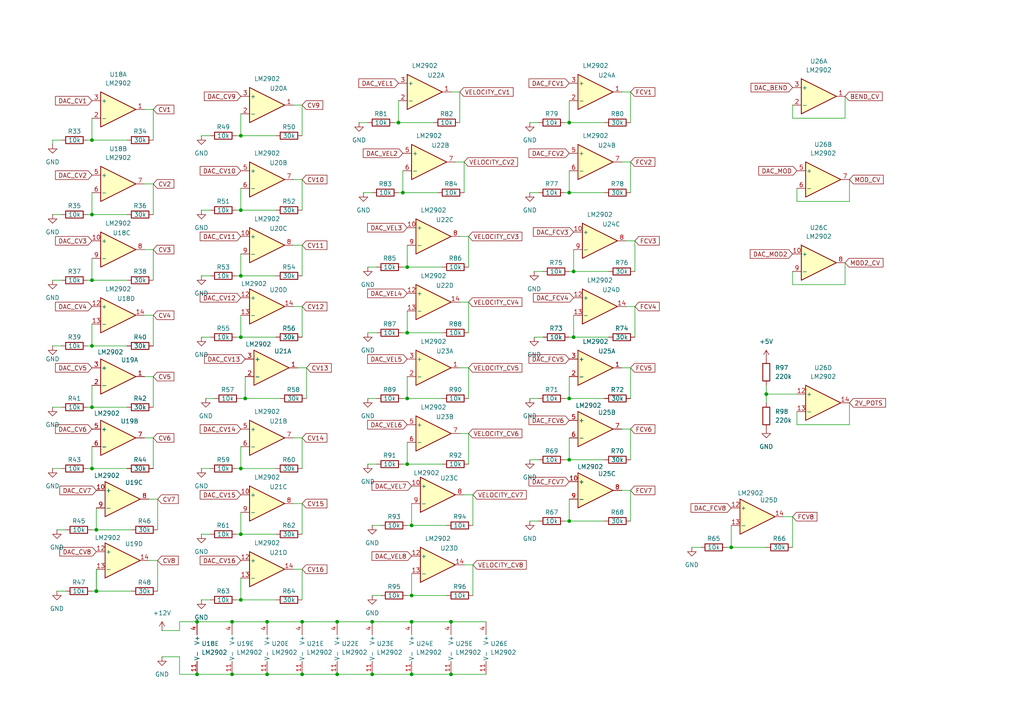
<source format=kicad_sch>
(kicad_sch (version 20250114) (generator "eeschema") (generator_version "9.0")
  (paper "A4")
  (junction (at 130.81 180.34))
  (junction (at 26.67 100.33))
  (junction (at 97.79 195.58))
  (junction (at 165.1 55.88))
  (junction (at 69.85 154.94))
  (junction (at 222.25 114.3))
  (junction (at 107.95 180.34))
  (junction (at 119.38 180.34))
  (junction (at 107.95 195.58))
  (junction (at 27.9408 171.45))
  (junction (at 115.57 35.56))
  (junction (at 67.31 180.34))
  (junction (at 119.38 195.58))
  (junction (at 166.37 97.79))
  (junction (at 57.15 195.58))
  (junction (at 118.11 115.57))
  (junction (at 119.38 172.72))
  (junction (at 77.47 180.34))
  (junction (at 118.11 96.52))
  (junction (at 71.12 115.57))
  (junction (at 130.81 195.58))
  (junction (at 69.85 173.99))
  (junction (at 118.11 77.47))
  (junction (at 67.31 195.58))
  (junction (at 69.85 60.96))
  (junction (at 87.63 195.58))
  (junction (at 26.67 40.64))
  (junction (at 97.79 180.34))
  (junction (at 119.38 152.4))
  (junction (at 116.84 55.88))
  (junction (at 26.67 135.89))
  (junction (at 69.85 135.89))
  (junction (at 87.63 180.34))
  (junction (at 57.15 180.34))
  (junction (at 165.1 133.35))
  (junction (at 69.85 39.37))
  (junction (at 165.1 35.56))
  (junction (at 26.67 81.28))
  (junction (at 26.67 62.23))
  (junction (at 166.37 78.74))
  (junction (at 165.1 115.57))
  (junction (at 212.09 158.75))
  (junction (at 27.94 171.45))
  (junction (at 69.85 80.01))
  (junction (at 165.1 151.13))
  (junction (at 26.67 118.11))
  (junction (at 69.85 97.79))
  (junction (at 27.94 153.67))
  (junction (at 77.47 195.58))
  (junction (at 118.11 134.62))
  (wire (pts (xy 180.34 142.24) (xy 182.88 142.24)))
  (wire (pts (xy 182.88 142.24) (xy 182.88 151.13)))
  (wire (pts (xy 60.96 173.99) (xy 58.42 173.99)))
  (wire (pts (xy 227.33 149.86) (xy 229.87 149.86)))
  (wire (pts (xy 107.95 180.34) (xy 119.38 180.34)))
  (wire (pts (xy 130.81 195.58) (xy 140.97 195.58)))
  (wire (pts (xy 231.14 119.38) (xy 231.14 123.19)))
  (wire (pts (xy 116.84 96.52) (xy 118.11 96.52)))
  (wire (pts (xy 166.37 97.79) (xy 176.53 97.79)))
  (wire (pts (xy 135.89 68.58) (xy 135.89 77.47)))
  (wire (pts (xy 45.72 144.78) (xy 45.72 153.67)))
  (wire (pts (xy 135.89 87.63) (xy 135.89 96.52)))
  (wire (pts (xy 245.11 82.55) (xy 229.87 82.55)))
  (wire (pts (xy 27.9408 165.1) (xy 27.9408 171.45)))
  (wire (pts (xy 44.45 31.75) (xy 44.45 40.64)))
  (wire (pts (xy 68.58 60.96) (xy 69.85 60.96)))
  (wire (pts (xy 57.15 180.34) (xy 67.31 180.34)))
  (wire (pts (xy 45.7208 162.56) (xy 45.7208 171.45)))
  (wire (pts (xy 222.25 114.3) (xy 222.25 116.84)))
  (wire (pts (xy 60.96 60.96) (xy 58.42 60.96)))
  (wire (pts (xy 87.63 88.9) (xy 87.63 97.79)))
  (wire (pts (xy 156.21 35.56) (xy 153.67 35.56)))
  (wire (pts (xy 68.58 135.89) (xy 69.85 135.89)))
  (wire (pts (xy 114.3 35.56) (xy 115.57 35.56)))
  (wire (pts (xy 166.37 72.39) (xy 166.37 78.74)))
  (wire (pts (xy 163.83 55.88) (xy 165.1 55.88)))
  (wire (pts (xy 19.05 153.67) (xy 16.51 153.67)))
  (wire (pts (xy 85.09 52.07) (xy 87.63 52.07)))
  (wire (pts (xy 181.61 69.85) (xy 184.15 69.85)))
  (wire (pts (xy 85.09 165.1) (xy 87.63 165.1)))
  (wire (pts (xy 116.84 55.88) (xy 127 55.88)))
  (wire (pts (xy 246.38 58.42) (xy 246.38 52.07)))
  (wire (pts (xy 163.83 35.56) (xy 165.1 35.56)))
  (wire (pts (xy 203.2 158.75) (xy 200.66 158.75)))
  (wire (pts (xy 119.38 195.58) (xy 130.81 195.58)))
  (wire (pts (xy 43.18 162.56) (xy 45.7208 162.56)))
  (wire (pts (xy 156.21 133.35) (xy 153.67 133.35)))
  (wire (pts (xy 165.1 97.79) (xy 166.37 97.79)))
  (wire (pts (xy 118.11 71.12) (xy 118.11 77.47)))
  (wire (pts (xy 52.07 182.88) (xy 46.99 182.88)))
  (wire (pts (xy 25.4 135.89) (xy 26.67 135.89)))
  (wire (pts (xy 119.38 152.4) (xy 129.54 152.4)))
  (wire (pts (xy 26.67 81.28) (xy 36.83 81.28)))
  (wire (pts (xy 109.22 77.47) (xy 106.68 77.47)))
  (wire (pts (xy 25.4 118.11) (xy 26.67 118.11)))
  (wire (pts (xy 52.07 190.5) (xy 46.99 190.5)))
  (wire (pts (xy 69.85 135.89) (xy 80.01 135.89)))
  (wire (pts (xy 87.63 146.05) (xy 87.63 154.94)))
  (wire (pts (xy 165.1 35.56) (xy 175.26 35.56)))
  (wire (pts (xy 69.85 115.57) (xy 71.12 115.57)))
  (wire (pts (xy 107.95 195.58) (xy 119.38 195.58)))
  (wire (pts (xy 26.67 93.98) (xy 26.67 100.33)))
  (wire (pts (xy 17.78 62.23) (xy 15.24 62.23)))
  (wire (pts (xy 109.22 134.62) (xy 106.68 134.62)))
  (wire (pts (xy 163.83 133.35) (xy 165.1 133.35)))
  (wire (pts (xy 182.88 26.67) (xy 182.88 35.56)))
  (wire (pts (xy 180.34 124.46) (xy 182.88 124.46)))
  (wire (pts (xy 133.35 87.63) (xy 135.89 87.63)))
  (wire (pts (xy 157.48 78.74) (xy 154.94 78.74)))
  (wire (pts (xy 68.58 80.01) (xy 69.85 80.01)))
  (wire (pts (xy 60.96 154.94) (xy 58.42 154.94)))
  (wire (pts (xy 229.87 34.29) (xy 229.87 30.48)))
  (wire (pts (xy 132.08 46.99) (xy 134.62 46.99)))
  (wire (pts (xy 134.62 163.83) (xy 137.16 163.83)))
  (wire (pts (xy 69.85 97.79) (xy 80.01 97.79)))
  (wire (pts (xy 166.37 78.74) (xy 176.53 78.74)))
  (wire (pts (xy 118.11 77.47) (xy 128.27 77.47)))
  (wire (pts (xy 27.94 153.67) (xy 38.1 153.67)))
  (wire (pts (xy 163.83 151.13) (xy 165.1 151.13)))
  (wire (pts (xy 180.34 26.67) (xy 182.88 26.67)))
  (wire (pts (xy 87.63 180.34) (xy 97.79 180.34)))
  (wire (pts (xy 26.67 135.89) (xy 36.83 135.89)))
  (wire (pts (xy 130.81 180.34) (xy 140.97 180.34)))
  (wire (pts (xy 182.88 46.99) (xy 182.88 55.88)))
  (wire (pts (xy 41.91 91.44) (xy 44.45 91.44)))
  (wire (pts (xy 165.1 109.22) (xy 165.1 115.57)))
  (wire (pts (xy 26.67 111.76) (xy 26.67 118.11)))
  (wire (pts (xy 67.31 195.58) (xy 77.47 195.58)))
  (wire (pts (xy 184.15 69.85) (xy 184.15 78.74)))
  (wire (pts (xy 222.25 114.3) (xy 222.25 111.76)))
  (wire (pts (xy 77.47 195.58) (xy 87.63 195.58)))
  (wire (pts (xy 165.1 29.21) (xy 165.1 35.56)))
  (wire (pts (xy 17.78 100.33) (xy 15.24 100.33)))
  (wire (pts (xy 26.67 153.67) (xy 27.94 153.67)))
  (wire (pts (xy 116.84 115.57) (xy 118.11 115.57)))
  (wire (pts (xy 119.38 180.34) (xy 130.81 180.34)))
  (wire (pts (xy 118.11 109.22) (xy 118.11 115.57)))
  (wire (pts (xy 85.09 146.05) (xy 87.63 146.05)))
  (wire (pts (xy 106.68 35.56) (xy 104.14 35.56)))
  (wire (pts (xy 118.11 115.57) (xy 128.27 115.57)))
  (wire (pts (xy 109.22 96.52) (xy 106.68 96.52)))
  (wire (pts (xy 67.31 180.34) (xy 77.47 180.34)))
  (wire (pts (xy 57.15 180.34) (xy 52.07 180.34)))
  (wire (pts (xy 245.11 27.94) (xy 245.11 34.29)))
  (wire (pts (xy 87.63 195.58) (xy 97.79 195.58)))
  (wire (pts (xy 26.67 74.93) (xy 26.67 81.28)))
  (wire (pts (xy 60.96 39.37) (xy 58.42 39.37)))
  (wire (pts (xy 134.62 143.51) (xy 137.16 143.51)))
  (wire (pts (xy 25.4 62.23) (xy 26.67 62.23)))
  (wire (pts (xy 212.09 158.75) (xy 222.25 158.75)))
  (wire (pts (xy 52.07 180.34) (xy 52.07 182.88)))
  (wire (pts (xy 69.85 91.44) (xy 69.85 97.79)))
  (wire (pts (xy 87.63 71.12) (xy 87.63 80.01)))
  (wire (pts (xy 85.09 30.48) (xy 87.63 30.48)))
  (wire (pts (xy 110.49 172.72) (xy 107.95 172.72)))
  (wire (pts (xy 26.67 118.11) (xy 36.83 118.11)))
  (wire (pts (xy 97.79 195.58) (xy 107.95 195.58)))
  (wire (pts (xy 85.09 71.12) (xy 87.63 71.12)))
  (wire (pts (xy 119.38 166.37) (xy 119.38 172.72)))
  (wire (pts (xy 134.62 46.99) (xy 134.62 55.88)))
  (wire (pts (xy 115.57 35.56) (xy 125.73 35.56)))
  (wire (pts (xy 44.45 91.44) (xy 44.45 100.33)))
  (wire (pts (xy 26.67 40.64) (xy 36.83 40.64)))
  (wire (pts (xy 69.85 148.59) (xy 69.85 154.94)))
  (wire (pts (xy 229.87 82.55) (xy 229.87 78.74)))
  (wire (pts (xy 41.91 53.34) (xy 44.45 53.34)))
  (wire (pts (xy 180.34 106.68) (xy 182.88 106.68)))
  (wire (pts (xy 57.15 195.58) (xy 52.07 195.58)))
  (wire (pts (xy 27.94 165.1) (xy 27.94 171.45)))
  (wire (pts (xy 26.67 55.88) (xy 26.67 62.23)))
  (wire (pts (xy 41.91 72.39) (xy 44.45 72.39)))
  (wire (pts (xy 69.85 80.01) (xy 80.01 80.01)))
  (wire (pts (xy 115.57 29.21) (xy 115.57 35.56)))
  (wire (pts (xy 137.16 163.83) (xy 137.16 172.72)))
  (wire (pts (xy 182.88 124.46) (xy 182.88 133.35)))
  (wire (pts (xy 156.21 151.13) (xy 153.67 151.13)))
  (wire (pts (xy 165.1 78.74) (xy 166.37 78.74)))
  (wire (pts (xy 115.57 55.88) (xy 116.84 55.88)))
  (wire (pts (xy 69.85 60.96) (xy 80.01 60.96)))
  (wire (pts (xy 231.14 114.3) (xy 222.25 114.3)))
  (wire (pts (xy 182.88 106.68) (xy 182.88 115.57)))
  (wire (pts (xy 163.83 115.57) (xy 165.1 115.57)))
  (wire (pts (xy 118.11 90.17) (xy 118.11 96.52)))
  (wire (pts (xy 118.11 96.52) (xy 128.27 96.52)))
  (wire (pts (xy 41.91 31.75) (xy 44.45 31.75)))
  (wire (pts (xy 69.85 167.64) (xy 69.85 173.99)))
  (wire (pts (xy 210.82 158.75) (xy 212.09 158.75)))
  (wire (pts (xy 165.1 55.88) (xy 175.26 55.88)))
  (wire (pts (xy 41.91 127) (xy 44.45 127)))
  (wire (pts (xy 71.12 115.57) (xy 81.28 115.57)))
  (wire (pts (xy 246.38 123.19) (xy 246.38 116.84)))
  (wire (pts (xy 62.23 115.57) (xy 59.69 115.57)))
  (wire (pts (xy 245.11 34.29) (xy 229.87 34.29)))
  (wire (pts (xy 85.09 127) (xy 87.63 127)))
  (wire (pts (xy 68.58 154.94) (xy 69.85 154.94)))
  (wire (pts (xy 118.11 128.27) (xy 118.11 134.62)))
  (wire (pts (xy 97.79 180.34) (xy 107.95 180.34)))
  (wire (pts (xy 60.96 80.01) (xy 58.42 80.01)))
  (wire (pts (xy 57.15 195.58) (xy 67.31 195.58)))
  (wire (pts (xy 44.45 127) (xy 44.45 135.89)))
  (wire (pts (xy 25.4 81.28) (xy 26.67 81.28)))
  (wire (pts (xy 87.63 30.48) (xy 87.63 39.37)))
  (wire (pts (xy 69.85 39.37) (xy 80.01 39.37)))
  (wire (pts (xy 15.24 40.64) (xy 15.24 41.91)))
  (wire (pts (xy 133.35 125.73) (xy 135.89 125.73)))
  (wire (pts (xy 165.1 115.57) (xy 175.26 115.57)))
  (wire (pts (xy 17.78 40.64) (xy 15.24 40.64)))
  (wire (pts (xy 130.81 26.67) (xy 133.35 26.67)))
  (wire (pts (xy 133.35 106.68) (xy 135.89 106.68)))
  (wire (pts (xy 133.35 68.58) (xy 135.89 68.58)))
  (wire (pts (xy 77.47 180.34) (xy 87.63 180.34)))
  (wire (pts (xy 44.45 72.39) (xy 44.45 81.28)))
  (wire (pts (xy 231.14 58.42) (xy 246.38 58.42)))
  (wire (pts (xy 17.78 118.11) (xy 15.24 118.11)))
  (wire (pts (xy 87.63 165.1) (xy 87.63 173.99)))
  (wire (pts (xy 19.0508 171.45) (xy 16.5108 171.45)))
  (wire (pts (xy 181.61 88.9) (xy 184.15 88.9)))
  (wire (pts (xy 166.37 91.44) (xy 166.37 97.79)))
  (wire (pts (xy 88.9 106.68) (xy 88.9 115.57)))
  (wire (pts (xy 245.11 76.2) (xy 245.11 82.55)))
  (wire (pts (xy 133.35 26.67) (xy 133.35 35.56)))
  (wire (pts (xy 157.48 97.79) (xy 154.94 97.79)))
  (wire (pts (xy 26.67 34.29) (xy 26.67 40.64)))
  (wire (pts (xy 69.85 33.02) (xy 69.85 39.37)))
  (wire (pts (xy 27.94 171.45) (xy 27.9408 171.45)))
  (wire (pts (xy 156.21 115.57) (xy 153.67 115.57)))
  (wire (pts (xy 52.07 195.58) (xy 52.07 190.5)))
  (wire (pts (xy 41.91 109.22) (xy 44.45 109.22)))
  (wire (pts (xy 87.63 52.07) (xy 87.63 60.96)))
  (wire (pts (xy 69.85 173.99) (xy 80.01 173.99)))
  (wire (pts (xy 85.09 88.9) (xy 87.63 88.9)))
  (wire (pts (xy 135.89 106.68) (xy 135.89 115.57)))
  (wire (pts (xy 60.96 135.89) (xy 58.42 135.89)))
  (wire (pts (xy 118.11 152.4) (xy 119.38 152.4)))
  (wire (pts (xy 110.49 152.4) (xy 107.95 152.4)))
  (wire (pts (xy 25.4 100.33) (xy 26.67 100.33)))
  (wire (pts (xy 17.78 135.89) (xy 15.24 135.89)))
  (wire (pts (xy 69.85 154.94) (xy 80.01 154.94)))
  (wire (pts (xy 44.45 109.22) (xy 44.45 118.11)))
  (wire (pts (xy 231.14 54.61) (xy 231.14 58.42)))
  (wire (pts (xy 43.18 144.78) (xy 45.72 144.78)))
  (wire (pts (xy 229.87 149.86) (xy 229.87 158.75)))
  (wire (pts (xy 119.38 172.72) (xy 129.54 172.72)))
  (wire (pts (xy 212.09 152.4) (xy 212.09 158.75)))
  (wire (pts (xy 27.9408 171.45) (xy 38.1008 171.45)))
  (wire (pts (xy 44.45 53.34) (xy 44.45 62.23)))
  (wire (pts (xy 86.36 106.68) (xy 88.9 106.68)))
  (wire (pts (xy 165.1 151.13) (xy 175.26 151.13)))
  (wire (pts (xy 25.4 40.64) (xy 26.67 40.64)))
  (wire (pts (xy 109.22 115.57) (xy 106.68 115.57)))
  (wire (pts (xy 116.84 77.47) (xy 118.11 77.47)))
  (wire (pts (xy 116.84 49.53) (xy 116.84 55.88)))
  (wire (pts (xy 156.21 55.88) (xy 153.67 55.88)))
  (wire (pts (xy 69.85 73.66) (xy 69.85 80.01)))
  (wire (pts (xy 60.96 97.79) (xy 58.42 97.79)))
  (wire (pts (xy 69.85 129.54) (xy 69.85 135.89)))
  (wire (pts (xy 68.58 97.79) (xy 69.85 97.79)))
  (wire (pts (xy 17.78 81.28) (xy 15.24 81.28)))
  (wire (pts (xy 26.67 100.33) (xy 36.83 100.33)))
  (wire (pts (xy 165.1 49.53) (xy 165.1 55.88)))
  (wire (pts (xy 165.1 127) (xy 165.1 133.35)))
  (wire (pts (xy 137.16 143.51) (xy 137.16 152.4)))
  (wire (pts (xy 26.67 129.54) (xy 26.67 135.89)))
  (wire (pts (xy 118.11 172.72) (xy 119.38 172.72)))
  (wire (pts (xy 119.38 146.05) (xy 119.38 152.4)))
  (wire (pts (xy 116.84 134.62) (xy 118.11 134.62)))
  (wire (pts (xy 71.12 109.22) (xy 71.12 115.57)))
  (wire (pts (xy 26.67 62.23) (xy 36.83 62.23)))
  (wire (pts (xy 165.1 144.78) (xy 165.1 151.13)))
  (wire (pts (xy 68.58 39.37) (xy 69.85 39.37)))
  (wire (pts (xy 231.14 123.19) (xy 246.38 123.19)))
  (wire (pts (xy 135.89 125.73) (xy 135.89 134.62)))
  (wire (pts (xy 118.11 134.62) (xy 128.27 134.62)))
  (wire (pts (xy 184.15 88.9) (xy 184.15 97.79)))
  (wire (pts (xy 68.58 173.99) (xy 69.85 173.99)))
  (wire (pts (xy 69.85 54.61) (xy 69.85 60.96)))
  (wire (pts (xy 87.63 127) (xy 87.63 135.89)))
  (wire (pts (xy 26.6708 171.45) (xy 27.94 171.45)))
  (wire (pts (xy 107.95 55.88) (xy 105.41 55.88)))
  (wire (pts (xy 165.1 133.35) (xy 175.26 133.35)))
  (wire (pts (xy 27.94 147.32) (xy 27.94 153.67)))
  (wire (pts (xy 180.34 46.99) (xy 182.88 46.99)))
  (global_label "VELOCITY_CV5" (shape input) (at 135.89 106.68 0) (property "Intersheetrefs" "${INTERSHEET_REFS}" (effects (hide yes))))
  (global_label "FCV8" (shape input) (at 229.87 149.86 0) (property "Intersheetrefs" "${INTERSHEET_REFS}" (effects (hide yes))))
  (global_label "CV6" (shape input) (at 44.45 127 0) (property "Intersheetrefs" "${INTERSHEET_REFS}" (effects (hide yes))))
  (global_label "DAC_MOD" (shape input) (at 231.14 49.53 180) (property "Intersheetrefs" "${INTERSHEET_REFS}" (effects (hide yes))))
  (global_label "VELOCITY_CV3" (shape input) (at 135.89 68.58 0) (property "Intersheetrefs" "${INTERSHEET_REFS}" (effects (hide yes))))
  (global_label "CV11" (shape input) (at 87.63 71.12 0) (property "Intersheetrefs" "${INTERSHEET_REFS}" (effects (hide yes))))
  (global_label "DAC_CV3" (shape input) (at 26.67 69.85 180) (property "Intersheetrefs" "${INTERSHEET_REFS}" (effects (hide yes))))
  (global_label "FCV3" (shape input) (at 184.15 69.85 0) (property "Intersheetrefs" "${INTERSHEET_REFS}" (effects (hide yes))))
  (global_label "DAC_FCV1" (shape input) (at 165.1 24.13 180) (property "Intersheetrefs" "${INTERSHEET_REFS}" (effects (hide yes))))
  (global_label "DAC_FCV7" (shape input) (at 165.1 139.7 180) (property "Intersheetrefs" "${INTERSHEET_REFS}" (effects (hide yes))))
  (global_label "CV14" (shape input) (at 87.63 127 0) (property "Intersheetrefs" "${INTERSHEET_REFS}" (effects (hide yes))))
  (global_label "CV12" (shape input) (at 87.63 88.9 0) (property "Intersheetrefs" "${INTERSHEET_REFS}" (effects (hide yes))))
  (global_label "DAC_VEL8" (shape input) (at 119.38 161.29 180) (property "Intersheetrefs" "${INTERSHEET_REFS}" (effects (hide yes))))
  (global_label "DAC_CV16" (shape input) (at 69.85 162.56 180) (property "Intersheetrefs" "${INTERSHEET_REFS}" (effects (hide yes))))
  (global_label "DAC_CV15" (shape input) (at 69.85 143.51 180) (property "Intersheetrefs" "${INTERSHEET_REFS}" (effects (hide yes))))
  (global_label "DAC_CV9" (shape input) (at 69.85 27.94 180) (property "Intersheetrefs" "${INTERSHEET_REFS}" (effects (hide yes))))
  (global_label "DAC_CV5" (shape input) (at 26.67 106.68 180) (property "Intersheetrefs" "${INTERSHEET_REFS}" (effects (hide yes))))
  (global_label "DAC_CV4" (shape input) (at 26.67 88.9 180) (property "Intersheetrefs" "${INTERSHEET_REFS}" (effects (hide yes))))
  (global_label "FCV7" (shape input) (at 182.88 142.24 0) (property "Intersheetrefs" "${INTERSHEET_REFS}" (effects (hide yes))))
  (global_label "DAC_FCV2" (shape input) (at 165.1 44.45 180) (property "Intersheetrefs" "${INTERSHEET_REFS}" (effects (hide yes))))
  (global_label "DAC_CV2" (shape input) (at 26.67 50.8 180) (property "Intersheetrefs" "${INTERSHEET_REFS}" (effects (hide yes))))
  (global_label "DAC_BEND" (shape input) (at 229.87 25.4 180) (property "Intersheetrefs" "${INTERSHEET_REFS}" (effects (hide yes))))
  (global_label "CV7" (shape input) (at 45.72 144.78 0) (property "Intersheetrefs" "${INTERSHEET_REFS}" (effects (hide yes))))
  (global_label "DAC_CV7" (shape input) (at 27.94 142.24 180) (property "Intersheetrefs" "${INTERSHEET_REFS}" (effects (hide yes))))
  (global_label "DAC_FCV5" (shape input) (at 165.1 104.14 180) (property "Intersheetrefs" "${INTERSHEET_REFS}" (effects (hide yes))))
  (global_label "FCV6" (shape input) (at 182.88 124.46 0) (property "Intersheetrefs" "${INTERSHEET_REFS}" (effects (hide yes))))
  (global_label "DAC_VEL4" (shape input) (at 118.11 85.09 180) (property "Intersheetrefs" "${INTERSHEET_REFS}" (effects (hide yes))))
  (global_label "MOD_CV" (shape input) (at 246.38 52.07 0) (property "Intersheetrefs" "${INTERSHEET_REFS}" (effects (hide yes))))
  (global_label "CV9" (shape input) (at 87.63 30.48 0) (property "Intersheetrefs" "${INTERSHEET_REFS}" (effects (hide yes))))
  (global_label "DAC_CV1" (shape input) (at 26.67 29.21 180) (property "Intersheetrefs" "${INTERSHEET_REFS}" (effects (hide yes))))
  (global_label "VELOCITY_CV7" (shape input) (at 137.16 143.51 0) (property "Intersheetrefs" "${INTERSHEET_REFS}" (effects (hide yes))))
  (global_label "DAC_VEL3" (shape input) (at 118.11 66.04 180) (property "Intersheetrefs" "${INTERSHEET_REFS}" (effects (hide yes))))
  (global_label "CV2" (shape input) (at 44.45 53.34 0) (property "Intersheetrefs" "${INTERSHEET_REFS}" (effects (hide yes))))
  (global_label "DAC_VEL2" (shape input) (at 116.84 44.45 180) (property "Intersheetrefs" "${INTERSHEET_REFS}" (effects (hide yes))))
  (global_label "DAC_MOD2" (shape input) (at 229.87 73.66 180) (property "Intersheetrefs" "${INTERSHEET_REFS}" (effects (hide yes))))
  (global_label "VELOCITY_CV2" (shape input) (at 134.62 46.99 0) (property "Intersheetrefs" "${INTERSHEET_REFS}" (effects (hide yes))))
  (global_label "CV4" (shape input) (at 44.45 91.44 0) (property "Intersheetrefs" "${INTERSHEET_REFS}" (effects (hide yes))))
  (global_label "DAC_CV10" (shape input) (at 69.85 49.53 180) (property "Intersheetrefs" "${INTERSHEET_REFS}" (effects (hide yes))))
  (global_label "DAC_VEL7" (shape input) (at 119.38 140.97 180) (property "Intersheetrefs" "${INTERSHEET_REFS}" (effects (hide yes))))
  (global_label "CV5" (shape input) (at 44.45 109.22 0) (property "Intersheetrefs" "${INTERSHEET_REFS}" (effects (hide yes))))
  (global_label "VELOCITY_CV6" (shape input) (at 135.89 125.73 0) (property "Intersheetrefs" "${INTERSHEET_REFS}" (effects (hide yes))))
  (global_label "VELOCITY_CV8" (shape input) (at 137.16 163.83 0) (property "Intersheetrefs" "${INTERSHEET_REFS}" (effects (hide yes))))
  (global_label "DAC_CV8" (shape input) (at 27.94 160.02 180) (property "Intersheetrefs" "${INTERSHEET_REFS}" (effects (hide yes))))
  (global_label "2V_POTS" (shape input) (at 246.38 116.84 0) (property "Intersheetrefs" "${INTERSHEET_REFS}" (effects (hide yes))))
  (global_label "DAC_CV14" (shape input) (at 69.85 124.46 180) (property "Intersheetrefs" "${INTERSHEET_REFS}" (effects (hide yes))))
  (global_label "MOD2_CV" (shape input) (at 245.11 76.2 0) (property "Intersheetrefs" "${INTERSHEET_REFS}" (effects (hide yes))))
  (global_label "DAC_FCV6" (shape input) (at 165.1 121.92 180) (property "Intersheetrefs" "${INTERSHEET_REFS}" (effects (hide yes))))
  (global_label "CV15" (shape input) (at 87.63 146.05 0) (property "Intersheetrefs" "${INTERSHEET_REFS}" (effects (hide yes))))
  (global_label "DAC_VEL6" (shape input) (at 118.11 123.19 180) (property "Intersheetrefs" "${INTERSHEET_REFS}" (effects (hide yes))))
  (global_label "VELOCITY_CV1" (shape input) (at 133.35 26.67 0) (property "Intersheetrefs" "${INTERSHEET_REFS}" (effects (hide yes))))
  (global_label "CV8" (shape input) (at 45.72 162.56 0) (property "Intersheetrefs" "${INTERSHEET_REFS}" (effects (hide yes))))
  (global_label "DAC_FCV4" (shape input) (at 166.37 86.36 180) (property "Intersheetrefs" "${INTERSHEET_REFS}" (effects (hide yes))))
  (global_label "DAC_CV6" (shape input) (at 26.67 124.46 180) (property "Intersheetrefs" "${INTERSHEET_REFS}" (effects (hide yes))))
  (global_label "VELOCITY_CV4" (shape input) (at 135.89 87.63 0) (property "Intersheetrefs" "${INTERSHEET_REFS}" (effects (hide yes))))
  (global_label "CV3" (shape input) (at 44.45 72.39 0) (property "Intersheetrefs" "${INTERSHEET_REFS}" (effects (hide yes))))
  (global_label "FCV5" (shape input) (at 182.88 106.68 0) (property "Intersheetrefs" "${INTERSHEET_REFS}" (effects (hide yes))))
  (global_label "FCV1" (shape input) (at 182.88 26.67 0) (property "Intersheetrefs" "${INTERSHEET_REFS}" (effects (hide yes))))
  (global_label "DAC_CV12" (shape input) (at 69.85 86.36 180) (property "Intersheetrefs" "${INTERSHEET_REFS}" (effects (hide yes))))
  (global_label "CV16" (shape input) (at 87.63 165.1 0) (property "Intersheetrefs" "${INTERSHEET_REFS}" (effects (hide yes))))
  (global_label "FCV4" (shape input) (at 184.15 88.9 0) (property "Intersheetrefs" "${INTERSHEET_REFS}" (effects (hide yes))))
  (global_label "DAC_CV11" (shape input) (at 69.85 68.58 180) (property "Intersheetrefs" "${INTERSHEET_REFS}" (effects (hide yes))))
  (global_label "CV10" (shape input) (at 87.63 52.07 0) (property "Intersheetrefs" "${INTERSHEET_REFS}" (effects (hide yes))))
  (global_label "CV13" (shape input) (at 88.9 106.68 0) (property "Intersheetrefs" "${INTERSHEET_REFS}" (effects (hide yes))))
  (global_label "CV1" (shape input) (at 44.45 31.75 0) (property "Intersheetrefs" "${INTERSHEET_REFS}" (effects (hide yes))))
  (global_label "DAC_FCV8" (shape input) (at 212.09 147.32 180) (property "Intersheetrefs" "${INTERSHEET_REFS}" (effects (hide yes))))
  (global_label "DAC_VEL5" (shape input) (at 118.11 104.14 180) (property "Intersheetrefs" "${INTERSHEET_REFS}" (effects (hide yes))))
  (global_label "DAC_CV13" (shape input) (at 71.12 104.14 180) (property "Intersheetrefs" "${INTERSHEET_REFS}" (effects (hide yes))))
  (global_label "BEND_CV" (shape input) (at 245.11 27.94 0) (property "Intersheetrefs" "${INTERSHEET_REFS}" (effects (hide yes))))
  (global_label "DAC_VEL1" (shape input) (at 115.57 24.13 180) (property "Intersheetrefs" "${INTERSHEET_REFS}" (effects (hide yes))))
  (global_label "DAC_FCV3" (shape input) (at 166.37 67.31 180) (property "Intersheetrefs" "${INTERSHEET_REFS}" (effects (hide yes))))
  (global_label "FCV2" (shape input) (at 182.88 46.99 0) (property "Intersheetrefs" "${INTERSHEET_REFS}" (effects (hide yes))))
  (symbol (lib_id "Device:R") (at 40.64 81.28 270) (unit 1)
    (property "Reference" "R38" (at 40.64 78.74 90))
    (property "Value" "30k" (at 40.64 81.28 90))
    (property "Footprint" "PCM_Resistor_SMD_AKL:R_0805_2012Metric_Pad1.15x1.40mm_HandSolder" (effects (hide yes)))
    (property "Description" "Resistor" (effects (hide yes)))
  )
  (symbol (lib_id "Amplifier_Operational:LM2902") (at 127 163.83 0) (unit 4)
    (property "Reference" "U23" (at 130.302 159.004 0))
    (property "Value" "LM2902" (at 127 156.21 0))
    (property "Footprint" "Package_SO:SOIC-14_3.9x8.7mm_P1.27mm" (effects (hide yes)))
    (property "Datasheet" "http://www.ti.com/lit/ds/symlink/lm2902-n.pdf" (effects (hide yes)))
    (property "Description" "Low-Power, Quad-Operational Amplifiers, DIP-14/SOIC-14/SSOP-14" (effects (hide yes)))
  )
  (symbol (lib_id "Device:R") (at 222.25 120.65 0) (unit 1)
    (property "Reference" "R98" (at 224.79 119.3799 0) (effects (justify left)))
    (property "Value" "220k" (at 224.79 121.9199 0) (effects (justify left)))
    (property "Footprint" "PCM_Resistor_SMD_AKL:R_0805_2012Metric_Pad1.15x1.40mm_HandSolder" (effects (hide yes)))
    (property "Description" "Resistor" (effects (hide yes)))
  )
  (symbol (lib_id "Amplifier_Operational:LM2902") (at 172.72 124.46 0) (unit 2)
    (property "Reference" "U25" (at 176.022 119.634 0))
    (property "Value" "LM2902" (at 170.688 117.602 0))
    (property "Footprint" "Package_SO:SOIC-14_3.9x8.7mm_P1.27mm" (effects (hide yes)))
    (property "Datasheet" "http://www.ti.com/lit/ds/symlink/lm2902-n.pdf" (effects (hide yes)))
    (property "Description" "Low-Power, Quad-Operational Amplifiers, DIP-14/SOIC-14/SSOP-14" (effects (hide yes)))
  )
  (symbol (lib_id "Device:R") (at 83.82 154.94 270) (unit 1)
    (property "Reference" "R62" (at 83.82 152.4 90))
    (property "Value" "30k" (at 83.82 154.94 90))
    (property "Footprint" "PCM_Resistor_SMD_AKL:R_0805_2012Metric_Pad1.15x1.40mm_HandSolder" (effects (hide yes)))
    (property "Description" "Resistor" (effects (hide yes)))
  )
  (symbol (lib_id "Device:R") (at 179.07 35.56 270) (unit 1)
    (property "Reference" "R80" (at 179.07 33.02 90))
    (property "Value" "30k" (at 179.07 35.56 90))
    (property "Footprint" "PCM_Resistor_SMD_AKL:R_0805_2012Metric_Pad1.15x1.40mm_HandSolder" (effects (hide yes)))
    (property "Description" "Resistor" (effects (hide yes)))
  )
  (symbol (lib_id "Amplifier_Operational:LM2902") (at 110.49 187.96 0) (unit 5)
    (property "Reference" "U23" (at 109.22 186.6899 0) (effects (justify left)))
    (property "Value" "LM2902" (at 109.22 189.2299 0) (effects (justify left)))
    (property "Footprint" "Package_SO:SOIC-14_3.9x8.7mm_P1.27mm" (effects (hide yes)))
    (property "Datasheet" "http://www.ti.com/lit/ds/symlink/lm2902-n.pdf" (effects (hide yes)))
    (property "Description" "Low-Power, Quad-Operational Amplifiers, DIP-14/SOIC-14/SSOP-14" (effects (hide yes)))
  )
  (symbol (lib_id "Device:R") (at 41.91 153.67 270) (unit 1)
    (property "Reference" "R46" (at 41.91 151.13 90))
    (property "Value" "30k" (at 41.91 153.67 90))
    (property "Footprint" "PCM_Resistor_SMD_AKL:R_0805_2012Metric_Pad1.15x1.40mm_HandSolder" (effects (hide yes)))
    (property "Description" "Resistor" (effects (hide yes)))
  )
  (symbol (lib_id "power:GND") (at 15.24 135.89 0) (unit 1)
    (property "Reference" "#PWR099" (effects (hide yes)))
    (property "Value" "GND" (at 15.24 140.97 0))
    (property "Description" "Power symbol creates a global label with name \"GND\" , ground" (effects (hide yes)))
  )
  (symbol (lib_id "Amplifier_Operational:LM2902") (at 237.49 27.94 0) (unit 1)
    (property "Reference" "U26" (at 237.49 17.78 0))
    (property "Value" "LM2902" (at 237.49 20.32 0))
    (property "Footprint" "Package_SO:SOIC-14_3.9x8.7mm_P1.27mm" (effects (hide yes)))
    (property "Datasheet" "http://www.ti.com/lit/ds/symlink/lm2902-n.pdf" (effects (hide yes)))
    (property "Description" "Low-Power, Quad-Operational Amplifiers, DIP-14/SOIC-14/SSOP-14" (effects (hide yes)))
  )
  (symbol (lib_id "Amplifier_Operational:LM2902") (at 35.56 162.56 0) (unit 4)
    (property "Reference" "U19" (at 38.862 157.734 0))
    (property "Value" "LM2902" (at 31.242 155.956 0))
    (property "Footprint" "Package_SO:SOIC-14_3.9x8.7mm_P1.27mm" (effects (hide yes)))
    (property "Datasheet" "http://www.ti.com/lit/ds/symlink/lm2902-n.pdf" (effects (hide yes)))
    (property "Description" "Low-Power, Quad-Operational Amplifiers, DIP-14/SOIC-14/SSOP-14" (effects (hide yes)))
  )
  (symbol (lib_id "Amplifier_Operational:LM2902") (at 143.51 187.96 0) (unit 5)
    (property "Reference" "U26" (at 142.24 186.6899 0) (effects (justify left)))
    (property "Value" "LM2902" (at 142.24 189.2299 0) (effects (justify left)))
    (property "Footprint" "Package_SO:SOIC-14_3.9x8.7mm_P1.27mm" (effects (hide yes)))
    (property "Datasheet" "http://www.ti.com/lit/ds/symlink/lm2902-n.pdf" (effects (hide yes)))
    (property "Description" "Low-Power, Quad-Operational Amplifiers, DIP-14/SOIC-14/SSOP-14" (effects (hide yes)))
  )
  (symbol (lib_id "power:GND") (at 200.66 158.75 0) (unit 1)
    (property "Reference" "#PWR0110" (effects (hide yes)))
    (property "Value" "GND" (at 200.66 163.83 0))
    (property "Description" "Power symbol creates a global label with name \"GND\" , ground" (effects (hide yes)))
  )
  (symbol (lib_id "Amplifier_Operational:LM2902") (at 100.33 187.96 0) (unit 5)
    (property "Reference" "U22" (at 99.06 186.6899 0) (effects (justify left)))
    (property "Value" "LM2902" (at 99.06 189.2299 0) (effects (justify left)))
    (property "Footprint" "Package_SO:SOIC-14_3.9x8.7mm_P1.27mm" (effects (hide yes)))
    (property "Datasheet" "http://www.ti.com/lit/ds/symlink/lm2902-n.pdf" (effects (hide yes)))
    (property "Description" "Low-Power, Quad-Operational Amplifiers, DIP-14/SOIC-14/SSOP-14" (effects (hide yes)))
  )
  (symbol (lib_id "Amplifier_Operational:LM2902") (at 173.99 88.9 0) (unit 4)
    (property "Reference" "U24" (at 177.292 84.074 0))
    (property "Value" "LM2902" (at 173.99 81.28 0))
    (property "Footprint" "Package_SO:SOIC-14_3.9x8.7mm_P1.27mm" (effects (hide yes)))
    (property "Datasheet" "http://www.ti.com/lit/ds/symlink/lm2902-n.pdf" (effects (hide yes)))
    (property "Description" "Low-Power, Quad-Operational Amplifiers, DIP-14/SOIC-14/SSOP-14" (effects (hide yes)))
  )
  (symbol (lib_id "Amplifier_Operational:LM2902") (at 77.47 165.1 0) (unit 4)
    (property "Reference" "U21" (at 80.772 160.274 0))
    (property "Value" "LM2902" (at 77.47 157.48 0))
    (property "Footprint" "Package_SO:SOIC-14_3.9x8.7mm_P1.27mm" (effects (hide yes)))
    (property "Datasheet" "http://www.ti.com/lit/ds/symlink/lm2902-n.pdf" (effects (hide yes)))
    (property "Description" "Low-Power, Quad-Operational Amplifiers, DIP-14/SOIC-14/SSOP-14" (effects (hide yes)))
  )
  (symbol (lib_id "Device:R") (at 40.64 135.89 270) (unit 1)
    (property "Reference" "R44" (at 40.64 133.35 90))
    (property "Value" "30k" (at 40.64 135.89 90))
    (property "Footprint" "PCM_Resistor_SMD_AKL:R_0805_2012Metric_Pad1.15x1.40mm_HandSolder" (effects (hide yes)))
    (property "Description" "Resistor" (effects (hide yes)))
  )
  (symbol (lib_id "Device:R") (at 83.82 173.99 270) (unit 1)
    (property "Reference" "R64" (at 83.82 171.45 90))
    (property "Value" "30k" (at 83.82 173.99 90))
    (property "Footprint" "PCM_Resistor_SMD_AKL:R_0805_2012Metric_Pad1.15x1.40mm_HandSolder" (effects (hide yes)))
    (property "Description" "Resistor" (effects (hide yes)))
  )
  (symbol (lib_id "Amplifier_Operational:LM2902") (at 125.73 106.68 0) (unit 1)
    (property "Reference" "U23" (at 129.032 101.854 0))
    (property "Value" "LM2902" (at 125.73 99.06 0))
    (property "Footprint" "Package_SO:SOIC-14_3.9x8.7mm_P1.27mm" (effects (hide yes)))
    (property "Datasheet" "http://www.ti.com/lit/ds/symlink/lm2902-n.pdf" (effects (hide yes)))
    (property "Description" "Low-Power, Quad-Operational Amplifiers, DIP-14/SOIC-14/SSOP-14" (effects (hide yes)))
  )
  (symbol (lib_id "Device:R") (at 161.29 78.74 270) (unit 1)
    (property "Reference" "R75" (at 161.29 76.2 90))
    (property "Value" "10k" (at 161.29 78.74 90))
    (property "Footprint" "PCM_Resistor_SMD_AKL:R_0805_2012Metric_Pad1.15x1.40mm_HandSolder" (effects (hide yes)))
    (property "Description" "Resistor" (effects (hide yes)))
  )
  (symbol (lib_id "Device:R") (at 40.64 40.64 270) (unit 1)
    (property "Reference" "R34" (at 40.64 38.1 90))
    (property "Value" "30k" (at 40.64 40.64 90))
    (property "Footprint" "PCM_Resistor_SMD_AKL:R_0805_2012Metric_Pad1.15x1.40mm_HandSolder" (effects (hide yes)))
    (property "Description" "Resistor" (effects (hide yes)))
  )
  (symbol (lib_id "Amplifier_Operational:LM2902") (at 77.47 146.05 0) (unit 3)
    (property "Reference" "U21" (at 80.772 141.224 0))
    (property "Value" "LM2902" (at 77.47 138.43 0))
    (property "Footprint" "Package_SO:SOIC-14_3.9x8.7mm_P1.27mm" (effects (hide yes)))
    (property "Datasheet" "http://www.ti.com/lit/ds/symlink/lm2902-n.pdf" (effects (hide yes)))
    (property "Description" "Low-Power, Quad-Operational Amplifiers, DIP-14/SOIC-14/SSOP-14" (effects (hide yes)))
  )
  (symbol (lib_id "Device:R") (at 113.03 115.57 270) (unit 1)
    (property "Reference" "R89" (at 113.03 113.03 90))
    (property "Value" "10k" (at 113.03 115.57 90))
    (property "Footprint" "PCM_Resistor_SMD_AKL:R_0805_2012Metric_Pad1.15x1.40mm_HandSolder" (effects (hide yes)))
    (property "Description" "Resistor" (effects (hide yes)))
  )
  (symbol (lib_id "Device:R") (at 113.03 96.52 270) (unit 1)
    (property "Reference" "R87" (at 113.03 93.98 90))
    (property "Value" "10k" (at 113.03 96.52 90))
    (property "Footprint" "PCM_Resistor_SMD_AKL:R_0805_2012Metric_Pad1.15x1.40mm_HandSolder" (effects (hide yes)))
    (property "Description" "Resistor" (effects (hide yes)))
  )
  (symbol (lib_id "Device:R") (at 64.77 97.79 270) (unit 1)
    (property "Reference" "R55" (at 64.77 95.25 90))
    (property "Value" "10k" (at 64.77 97.79 90))
    (property "Footprint" "PCM_Resistor_SMD_AKL:R_0805_2012Metric_Pad1.15x1.40mm_HandSolder" (effects (hide yes)))
    (property "Description" "Resistor" (effects (hide yes)))
  )
  (symbol (lib_id "Device:R") (at 179.07 133.35 270) (unit 1)
    (property "Reference" "R70" (at 179.07 130.81 90))
    (property "Value" "30k" (at 179.07 133.35 90))
    (property "Footprint" "PCM_Resistor_SMD_AKL:R_0805_2012Metric_Pad1.15x1.40mm_HandSolder" (effects (hide yes)))
    (property "Description" "Resistor" (effects (hide yes)))
  )
  (symbol (lib_id "Device:R") (at 132.08 115.57 270) (unit 1)
    (property "Reference" "R90" (at 132.08 113.03 90))
    (property "Value" "10k" (at 132.08 115.57 90))
    (property "Footprint" "PCM_Resistor_SMD_AKL:R_0805_2012Metric_Pad1.15x1.40mm_HandSolder" (effects (hide yes)))
    (property "Description" "Resistor" (effects (hide yes)))
  )
  (symbol (lib_id "Device:R") (at 133.35 152.4 270) (unit 1)
    (property "Reference" "R94" (at 133.35 149.86 90))
    (property "Value" "10k" (at 133.35 152.4 90))
    (property "Footprint" "PCM_Resistor_SMD_AKL:R_0805_2012Metric_Pad1.15x1.40mm_HandSolder" (effects (hide yes)))
    (property "Description" "Resistor" (effects (hide yes)))
  )
  (symbol (lib_id "Device:R") (at 113.03 77.47 270) (unit 1)
    (property "Reference" "R85" (at 113.03 74.93 90))
    (property "Value" "10k" (at 113.03 77.47 90))
    (property "Footprint" "PCM_Resistor_SMD_AKL:R_0805_2012Metric_Pad1.15x1.40mm_HandSolder" (effects (hide yes)))
    (property "Description" "Resistor" (effects (hide yes)))
  )
  (symbol (lib_id "power:GND") (at 58.42 97.79 0) (unit 1)
    (property "Reference" "#PWR0105" (effects (hide yes)))
    (property "Value" "GND" (at 58.42 102.87 0))
    (property "Description" "Power symbol creates a global label with name \"GND\" , ground" (effects (hide yes)))
  )
  (symbol (lib_id "Device:R") (at 64.77 135.89 270) (unit 1)
    (property "Reference" "R59" (at 64.77 133.35 90))
    (property "Value" "10k" (at 64.77 135.89 90))
    (property "Footprint" "PCM_Resistor_SMD_AKL:R_0805_2012Metric_Pad1.15x1.40mm_HandSolder" (effects (hide yes)))
    (property "Description" "Resistor" (effects (hide yes)))
  )
  (symbol (lib_id "power:GND") (at 106.68 77.47 0) (unit 1)
    (property "Reference" "#PWR0120" (effects (hide yes)))
    (property "Value" "GND" (at 106.68 82.55 0))
    (property "Description" "Power symbol creates a global label with name \"GND\" , ground" (effects (hide yes)))
  )
  (symbol (lib_id "Device:R") (at 129.54 35.56 270) (unit 1)
    (property "Reference" "R82" (at 129.54 33.02 90))
    (property "Value" "10k" (at 129.54 35.56 90))
    (property "Footprint" "PCM_Resistor_SMD_AKL:R_0805_2012Metric_Pad1.15x1.40mm_HandSolder" (effects (hide yes)))
    (property "Description" "Resistor" (effects (hide yes)))
  )
  (symbol (lib_id "Amplifier_Operational:LM2902") (at 125.73 68.58 0) (unit 3)
    (property "Reference" "U22" (at 129.032 63.754 0))
    (property "Value" "LM2902" (at 125.73 60.96 0))
    (property "Footprint" "Package_SO:SOIC-14_3.9x8.7mm_P1.27mm" (effects (hide yes)))
    (property "Datasheet" "http://www.ti.com/lit/ds/symlink/lm2902-n.pdf" (effects (hide yes)))
    (property "Description" "Low-Power, Quad-Operational Amplifiers, DIP-14/SOIC-14/SSOP-14" (effects (hide yes)))
  )
  (symbol (lib_id "Amplifier_Operational:LM2902") (at 77.47 52.07 0) (unit 2)
    (property "Reference" "U20" (at 80.772 47.244 0))
    (property "Value" "LM2902" (at 77.47 44.45 0))
    (property "Footprint" "Package_SO:SOIC-14_3.9x8.7mm_P1.27mm" (effects (hide yes)))
    (property "Datasheet" "http://www.ti.com/lit/ds/symlink/lm2902-n.pdf" (effects (hide yes)))
    (property "Description" "Low-Power, Quad-Operational Amplifiers, DIP-14/SOIC-14/SSOP-14" (effects (hide yes)))
  )
  (symbol (lib_id "Amplifier_Operational:LM2902") (at 127 143.51 0) (unit 3)
    (property "Reference" "U23" (at 130.302 138.684 0))
    (property "Value" "LM2902" (at 123.698 137.16 0))
    (property "Footprint" "Package_SO:SOIC-14_3.9x8.7mm_P1.27mm" (effects (hide yes)))
    (property "Datasheet" "http://www.ti.com/lit/ds/symlink/lm2902-n.pdf" (effects (hide yes)))
    (property "Description" "Low-Power, Quad-Operational Amplifiers, DIP-14/SOIC-14/SSOP-14" (effects (hide yes)))
  )
  (symbol (lib_id "power:GND") (at 106.68 115.57 0) (unit 1)
    (property "Reference" "#PWR0122" (effects (hide yes)))
    (property "Value" "GND" (at 106.68 120.65 0))
    (property "Description" "Power symbol creates a global label with name \"GND\" , ground" (effects (hide yes)))
  )
  (symbol (lib_id "Amplifier_Operational:LM2902") (at 78.74 106.68 0) (unit 1)
    (property "Reference" "U21" (at 82.042 101.854 0))
    (property "Value" "LM2902" (at 74.93 99.822 0))
    (property "Footprint" "Package_SO:SOIC-14_3.9x8.7mm_P1.27mm" (effects (hide yes)))
    (property "Datasheet" "http://www.ti.com/lit/ds/symlink/lm2902-n.pdf" (effects (hide yes)))
    (property "Description" "Low-Power, Quad-Operational Amplifiers, DIP-14/SOIC-14/SSOP-14" (effects (hide yes)))
  )
  (symbol (lib_id "Device:R") (at 132.08 134.62 270) (unit 1)
    (property "Reference" "R92" (at 132.08 132.08 90))
    (property "Value" "10k" (at 132.08 134.62 90))
    (property "Footprint" "PCM_Resistor_SMD_AKL:R_0805_2012Metric_Pad1.15x1.40mm_HandSolder" (effects (hide yes)))
    (property "Description" "Resistor" (effects (hide yes)))
  )
  (symbol (lib_id "power:GND") (at 16.5108 171.45 0) (unit 1)
    (property "Reference" "#PWR0101" (effects (hide yes)))
    (property "Value" "GND" (at 16.5108 176.53 0))
    (property "Description" "Power symbol creates a global label with name \"GND\" , ground" (effects (hide yes)))
  )
  (symbol (lib_id "Device:R") (at 64.77 80.01 270) (unit 1)
    (property "Reference" "R53" (at 64.77 77.47 90))
    (property "Value" "10k" (at 64.77 80.01 90))
    (property "Footprint" "PCM_Resistor_SMD_AKL:R_0805_2012Metric_Pad1.15x1.40mm_HandSolder" (effects (hide yes)))
    (property "Description" "Resistor" (effects (hide yes)))
  )
  (symbol (lib_id "Amplifier_Operational:LM2902") (at 90.17 187.96 0) (unit 5)
    (property "Reference" "U21" (at 88.9 186.6899 0) (effects (justify left)))
    (property "Value" "LM2902" (at 88.9 189.2299 0) (effects (justify left)))
    (property "Footprint" "Package_SO:SOIC-14_3.9x8.7mm_P1.27mm" (effects (hide yes)))
    (property "Datasheet" "http://www.ti.com/lit/ds/symlink/lm2902-n.pdf" (effects (hide yes)))
    (property "Description" "Low-Power, Quad-Operational Amplifiers, DIP-14/SOIC-14/SSOP-14" (effects (hide yes)))
  )
  (symbol (lib_id "Amplifier_Operational:LM2902") (at 125.73 125.73 0) (unit 2)
    (property "Reference" "U23" (at 129.032 120.904 0))
    (property "Value" "LM2902" (at 125.73 118.11 0))
    (property "Footprint" "Package_SO:SOIC-14_3.9x8.7mm_P1.27mm" (effects (hide yes)))
    (property "Datasheet" "http://www.ti.com/lit/ds/symlink/lm2902-n.pdf" (effects (hide yes)))
    (property "Description" "Low-Power, Quad-Operational Amplifiers, DIP-14/SOIC-14/SSOP-14" (effects (hide yes)))
  )
  (symbol (lib_id "power:GND") (at 104.14 35.56 0) (unit 1)
    (property "Reference" "#PWR0118" (effects (hide yes)))
    (property "Value" "GND" (at 104.14 40.64 0))
    (property "Description" "Power symbol creates a global label with name \"GND\" , ground" (effects (hide yes)))
  )
  (symbol (lib_id "power:GND") (at 153.67 55.88 0) (unit 1)
    (property "Reference" "#PWR0116" (effects (hide yes)))
    (property "Value" "GND" (at 153.67 60.96 0))
    (property "Description" "Power symbol creates a global label with name \"GND\" , ground" (effects (hide yes)))
  )
  (symbol (lib_id "power:GND") (at 15.24 118.11 0) (unit 1)
    (property "Reference" "#PWR098" (effects (hide yes)))
    (property "Value" "GND" (at 15.24 123.19 0))
    (property "Description" "Power symbol creates a global label with name \"GND\" , ground" (effects (hide yes)))
  )
  (symbol (lib_id "power:+12V") (at 46.99 182.88 0) (unit 1)
    (property "Reference" "#PWR094" (effects (hide yes)))
    (property "Value" "+12V" (at 46.99 177.8 0))
    (property "Description" "Power symbol creates a global label with name \"+12V\"" (effects (hide yes)))
  )
  (symbol (lib_id "Device:R") (at 21.59 135.89 270) (unit 1)
    (property "Reference" "R43" (at 21.59 133.35 90))
    (property "Value" "10k" (at 21.59 135.89 90))
    (property "Footprint" "PCM_Resistor_SMD_AKL:R_0805_2012Metric_Pad1.15x1.40mm_HandSolder" (effects (hide yes)))
    (property "Description" "Resistor" (effects (hide yes)))
  )
  (symbol (lib_id "power:GND") (at 58.42 154.94 0) (unit 1)
    (property "Reference" "#PWR0108" (effects (hide yes)))
    (property "Value" "GND" (at 58.42 160.02 0))
    (property "Description" "Power symbol creates a global label with name \"GND\" , ground" (effects (hide yes)))
  )
  (symbol (lib_id "Amplifier_Operational:LM2902") (at 34.29 31.75 0) (unit 1)
    (property "Reference" "U18" (at 34.29 21.59 0))
    (property "Value" "LM2902" (at 34.29 24.13 0))
    (property "Footprint" "Package_SO:SOIC-14_3.9x8.7mm_P1.27mm" (effects (hide yes)))
    (property "Datasheet" "http://www.ti.com/lit/ds/symlink/lm2902-n.pdf" (effects (hide yes)))
    (property "Description" "Low-Power, Quad-Operational Amplifiers, DIP-14/SOIC-14/SSOP-14" (effects (hide yes)))
  )
  (symbol (lib_id "Device:R") (at 83.82 39.37 270) (unit 1)
    (property "Reference" "R50" (at 83.82 36.83 90))
    (property "Value" "30k" (at 83.82 39.37 90))
    (property "Footprint" "PCM_Resistor_SMD_AKL:R_0805_2012Metric_Pad1.15x1.40mm_HandSolder" (effects (hide yes)))
    (property "Description" "Resistor" (effects (hide yes)))
  )
  (symbol (lib_id "power:GND") (at 59.69 115.57 0) (unit 1)
    (property "Reference" "#PWR0106" (effects (hide yes)))
    (property "Value" "GND" (at 59.69 120.65 0))
    (property "Description" "Power symbol creates a global label with name \"GND\" , ground" (effects (hide yes)))
  )
  (symbol (lib_id "power:GND") (at 153.67 151.13 0) (unit 1)
    (property "Reference" "#PWR0111" (effects (hide yes)))
    (property "Value" "GND" (at 153.67 156.21 0))
    (property "Description" "Power symbol creates a global label with name \"GND\" , ground" (effects (hide yes)))
  )
  (symbol (lib_id "Amplifier_Operational:LM2902") (at 77.47 71.12 0) (unit 3)
    (property "Reference" "U20" (at 80.772 66.294 0))
    (property "Value" "LM2902" (at 77.47 63.5 0))
    (property "Footprint" "Package_SO:SOIC-14_3.9x8.7mm_P1.27mm" (effects (hide yes)))
    (property "Datasheet" "http://www.ti.com/lit/ds/symlink/lm2902-n.pdf" (effects (hide yes)))
    (property "Description" "Low-Power, Quad-Operational Amplifiers, DIP-14/SOIC-14/SSOP-14" (effects (hide yes)))
  )
  (symbol (lib_id "power:GND") (at 222.25 124.46 0) (unit 1)
    (property "Reference" "#PWR0127" (effects (hide yes)))
    (property "Value" "GND" (at 222.25 129.54 0))
    (property "Description" "Power symbol creates a global label with name \"GND\" , ground" (effects (hide yes)))
  )
  (symbol (lib_id "power:GND") (at 106.68 134.62 0) (unit 1)
    (property "Reference" "#PWR0123" (effects (hide yes)))
    (property "Value" "GND" (at 106.68 139.7 0))
    (property "Description" "Power symbol creates a global label with name \"GND\" , ground" (effects (hide yes)))
  )
  (symbol (lib_id "Amplifier_Operational:LM2902") (at 34.29 127 0) (unit 2)
    (property "Reference" "U19" (at 37.592 122.174 0))
    (property "Value" "LM2902" (at 30.988 119.888 0))
    (property "Footprint" "Package_SO:SOIC-14_3.9x8.7mm_P1.27mm" (effects (hide yes)))
    (property "Datasheet" "http://www.ti.com/lit/ds/symlink/lm2902-n.pdf" (effects (hide yes)))
    (property "Description" "Low-Power, Quad-Operational Amplifiers, DIP-14/SOIC-14/SSOP-14" (effects (hide yes)))
  )
  (symbol (lib_id "Amplifier_Operational:LM2902") (at 133.35 187.96 0) (unit 5)
    (property "Reference" "U25" (at 132.08 186.6899 0) (effects (justify left)))
    (property "Value" "LM2902" (at 132.08 189.2299 0) (effects (justify left)))
    (property "Footprint" "Package_SO:SOIC-14_3.9x8.7mm_P1.27mm" (effects (hide yes)))
    (property "Datasheet" "http://www.ti.com/lit/ds/symlink/lm2902-n.pdf" (effects (hide yes)))
    (property "Description" "Low-Power, Quad-Operational Amplifiers, DIP-14/SOIC-14/SSOP-14" (effects (hide yes)))
  )
  (symbol (lib_id "power:GND") (at 15.24 100.33 0) (unit 1)
    (property "Reference" "#PWR097" (effects (hide yes)))
    (property "Value" "GND" (at 15.24 104.14 0))
    (property "Description" "Power symbol creates a global label with name \"GND\" , ground" (effects (hide yes)))
  )
  (symbol (lib_id "Device:R") (at 132.08 77.47 270) (unit 1)
    (property "Reference" "R86" (at 132.08 74.93 90))
    (property "Value" "10k" (at 132.08 77.47 90))
    (property "Footprint" "PCM_Resistor_SMD_AKL:R_0805_2012Metric_Pad1.15x1.40mm_HandSolder" (effects (hide yes)))
    (property "Description" "Resistor" (effects (hide yes)))
  )
  (symbol (lib_id "Amplifier_Operational:LM2902") (at 172.72 46.99 0) (unit 2)
    (property "Reference" "U24" (at 176.022 42.164 0))
    (property "Value" "LM2902" (at 172.72 39.37 0))
    (property "Footprint" "Package_SO:SOIC-14_3.9x8.7mm_P1.27mm" (effects (hide yes)))
    (property "Datasheet" "http://www.ti.com/lit/ds/symlink/lm2902-n.pdf" (effects (hide yes)))
    (property "Description" "Low-Power, Quad-Operational Amplifiers, DIP-14/SOIC-14/SSOP-14" (effects (hide yes)))
  )
  (symbol (lib_id "Amplifier_Operational:LM2902") (at 238.76 52.07 0) (unit 2)
    (property "Reference" "U26" (at 238.76 41.91 0))
    (property "Value" "LM2902" (at 238.76 44.45 0))
    (property "Footprint" "Package_SO:SOIC-14_3.9x8.7mm_P1.27mm" (effects (hide yes)))
    (property "Datasheet" "http://www.ti.com/lit/ds/symlink/lm2902-n.pdf" (effects (hide yes)))
    (property "Description" "Low-Power, Quad-Operational Amplifiers, DIP-14/SOIC-14/SSOP-14" (effects (hide yes)))
  )
  (symbol (lib_id "power:GND") (at 15.24 62.23 0) (unit 1)
    (property "Reference" "#PWR095" (effects (hide yes)))
    (property "Value" "GND" (at 15.24 67.31 0))
    (property "Description" "Power symbol creates a global label with name \"GND\" , ground" (effects (hide yes)))
  )
  (symbol (lib_id "power:GND") (at 154.94 78.74 0) (unit 1)
    (property "Reference" "#PWR0115" (effects (hide yes)))
    (property "Value" "GND" (at 154.94 83.82 0))
    (property "Description" "Power symbol creates a global label with name \"GND\" , ground" (effects (hide yes)))
  )
  (symbol (lib_id "Device:R") (at 21.59 118.11 270) (unit 1)
    (property "Reference" "R41" (at 21.59 115.57 90))
    (property "Value" "10k" (at 21.59 118.11 90))
    (property "Footprint" "PCM_Resistor_SMD_AKL:R_0805_2012Metric_Pad1.15x1.40mm_HandSolder" (effects (hide yes)))
    (property "Description" "Resistor" (effects (hide yes)))
  )
  (symbol (lib_id "Device:R") (at 40.64 118.11 270) (unit 1)
    (property "Reference" "R42" (at 40.64 115.57 90))
    (property "Value" "30k" (at 40.64 118.11 90))
    (property "Footprint" "PCM_Resistor_SMD_AKL:R_0805_2012Metric_Pad1.15x1.40mm_HandSolder" (effects (hide yes)))
    (property "Description" "Resistor" (effects (hide yes)))
  )
  (symbol (lib_id "power:GND") (at 46.99 190.5 0) (unit 1)
    (property "Reference" "#PWR093" (effects (hide yes)))
    (property "Value" "GND" (at 46.99 195.58 0))
    (property "Description" "Power symbol creates a global label with name \"GND\" , ground" (effects (hide yes)))
  )
  (symbol (lib_id "Amplifier_Operational:LM2902") (at 69.85 187.96 0) (unit 5)
    (property "Reference" "U19" (at 68.58 186.6899 0) (effects (justify left)))
    (property "Value" "LM2902" (at 68.58 189.2299 0) (effects (justify left)))
    (property "Footprint" "Package_SO:SOIC-14_3.9x8.7mm_P1.27mm" (effects (hide yes)))
    (property "Datasheet" "http://www.ti.com/lit/ds/symlink/lm2902-n.pdf" (effects (hide yes)))
    (property "Description" "Low-Power, Quad-Operational Amplifiers, DIP-14/SOIC-14/SSOP-14" (effects (hide yes)))
  )
  (symbol (lib_id "Device:R") (at 22.8608 171.45 270) (unit 1)
    (property "Reference" "R47" (at 22.8608 168.91 90))
    (property "Value" "10k" (at 22.8608 171.45 90))
    (property "Footprint" "PCM_Resistor_SMD_AKL:R_0805_2012Metric_Pad1.15x1.40mm_HandSolder" (effects (hide yes)))
    (property "Description" "Resistor" (effects (hide yes)))
  )
  (symbol (lib_id "Device:R") (at 160.02 151.13 270) (unit 1)
    (property "Reference" "R67" (at 160.02 148.59 90))
    (property "Value" "10k" (at 160.02 151.13 90))
    (property "Footprint" "PCM_Resistor_SMD_AKL:R_0805_2012Metric_Pad1.15x1.40mm_HandSolder" (effects (hide yes)))
    (property "Description" "Resistor" (effects (hide yes)))
  )
  (symbol (lib_id "Amplifier_Operational:LM2902") (at 80.01 187.96 0) (unit 5)
    (property "Reference" "U20" (at 78.74 186.6899 0) (effects (justify left)))
    (property "Value" "LM2902" (at 78.74 189.2299 0) (effects (justify left)))
    (property "Footprint" "Package_SO:SOIC-14_3.9x8.7mm_P1.27mm" (effects (hide yes)))
    (property "Datasheet" "http://www.ti.com/lit/ds/symlink/lm2902-n.pdf" (effects (hide yes)))
    (property "Description" "Low-Power, Quad-Operational Amplifiers, DIP-14/SOIC-14/SSOP-14" (effects (hide yes)))
  )
  (symbol (lib_id "power:GND") (at 153.67 115.57 0) (unit 1)
    (property "Reference" "#PWR0113" (effects (hide yes)))
    (property "Value" "GND" (at 153.67 120.65 0))
    (property "Description" "Power symbol creates a global label with name \"GND\" , ground" (effects (hide yes)))
  )
  (symbol (lib_id "Device:R") (at 41.9108 171.45 270) (unit 1)
    (property "Reference" "R48" (at 41.9108 168.91 90))
    (property "Value" "30k" (at 41.9108 171.45 90))
    (property "Footprint" "PCM_Resistor_SMD_AKL:R_0805_2012Metric_Pad1.15x1.40mm_HandSolder" (effects (hide yes)))
    (property "Description" "Resistor" (effects (hide yes)))
  )
  (symbol (lib_id "Device:R") (at 83.82 97.79 270) (unit 1)
    (property "Reference" "R56" (at 83.82 95.25 90))
    (property "Value" "30k" (at 83.82 97.79 90))
    (property "Footprint" "PCM_Resistor_SMD_AKL:R_0805_2012Metric_Pad1.15x1.40mm_HandSolder" (effects (hide yes)))
    (property "Description" "Resistor" (effects (hide yes)))
  )
  (symbol (lib_id "Device:R") (at 21.59 40.64 270) (unit 1)
    (property "Reference" "R33" (at 21.59 38.1 90))
    (property "Value" "10k" (at 21.59 40.64 90))
    (property "Footprint" "PCM_Resistor_SMD_AKL:R_0805_2012Metric_Pad1.15x1.40mm_HandSolder" (effects (hide yes)))
    (property "Description" "Resistor" (effects (hide yes)))
  )
  (symbol (lib_id "Amplifier_Operational:LM2902") (at 34.29 109.22 0) (unit 1)
    (property "Reference" "U19" (at 37.592 104.394 0))
    (property "Value" "LM2902" (at 32.004 102.108 0))
    (property "Footprint" "Package_SO:SOIC-14_3.9x8.7mm_P1.27mm" (effects (hide yes)))
    (property "Datasheet" "http://www.ti.com/lit/ds/symlink/lm2902-n.pdf" (effects (hide yes)))
    (property "Description" "Low-Power, Quad-Operational Amplifiers, DIP-14/SOIC-14/SSOP-14" (effects (hide yes)))
  )
  (symbol (lib_id "Device:R") (at 64.77 60.96 270) (unit 1)
    (property "Reference" "R51" (at 64.77 58.42 90))
    (property "Value" "10k" (at 64.77 60.96 90))
    (property "Footprint" "PCM_Resistor_SMD_AKL:R_0805_2012Metric_Pad1.15x1.40mm_HandSolder" (effects (hide yes)))
    (property "Description" "Resistor" (effects (hide yes)))
  )
  (symbol (lib_id "power:GND") (at 58.42 135.89 0) (unit 1)
    (property "Reference" "#PWR0107" (effects (hide yes)))
    (property "Value" "GND" (at 58.42 140.97 0))
    (property "Description" "Power symbol creates a global label with name \"GND\" , ground" (effects (hide yes)))
  )
  (symbol (lib_id "Amplifier_Operational:LM2902") (at 238.76 116.84 0) (unit 4)
    (property "Reference" "U26" (at 238.76 106.68 0))
    (property "Value" "LM2902" (at 238.76 109.22 0))
    (property "Footprint" "Package_SO:SOIC-14_3.9x8.7mm_P1.27mm" (effects (hide yes)))
    (property "Datasheet" "http://www.ti.com/lit/ds/symlink/lm2902-n.pdf" (effects (hide yes)))
    (property "Description" "Low-Power, Quad-Operational Amplifiers, DIP-14/SOIC-14/SSOP-14" (effects (hide yes)))
  )
  (symbol (lib_id "power:GND") (at 58.42 39.37 0) (unit 1)
    (property "Reference" "#PWR0102" (effects (hide yes)))
    (property "Value" "GND" (at 58.42 44.45 0))
    (property "Description" "Power symbol creates a global label with name \"GND\" , ground" (effects (hide yes)))
  )
  (symbol (lib_id "Amplifier_Operational:LM2902") (at 34.29 91.44 0) (unit 4)
    (property "Reference" "U18" (at 36.576 86.614 0))
    (property "Value" "LM2902" (at 34.29 83.82 0))
    (property "Footprint" "Package_SO:SOIC-14_3.9x8.7mm_P1.27mm" (effects (hide yes)))
    (property "Datasheet" "http://www.ti.com/lit/ds/symlink/lm2902-n.pdf" (effects (hide yes)))
    (property "Description" "Low-Power, Quad-Operational Amplifiers, DIP-14/SOIC-14/SSOP-14" (effects (hide yes)))
  )
  (symbol (lib_id "Amplifier_Operational:LM2902") (at 124.46 46.99 0) (unit 2)
    (property "Reference" "U22" (at 127.762 42.164 0))
    (property "Value" "LM2902" (at 124.46 39.37 0))
    (property "Footprint" "Package_SO:SOIC-14_3.9x8.7mm_P1.27mm" (effects (hide yes)))
    (property "Datasheet" "http://www.ti.com/lit/ds/symlink/lm2902-n.pdf" (effects (hide yes)))
    (property "Description" "Low-Power, Quad-Operational Amplifiers, DIP-14/SOIC-14/SSOP-14" (effects (hide yes)))
  )
  (symbol (lib_id "Device:R") (at 113.03 134.62 270) (unit 1)
    (property "Reference" "R91" (at 113.03 132.08 90))
    (property "Value" "10k" (at 113.03 134.62 90))
    (property "Footprint" "PCM_Resistor_SMD_AKL:R_0805_2012Metric_Pad1.15x1.40mm_HandSolder" (effects (hide yes)))
    (property "Description" "Resistor" (effects (hide yes)))
  )
  (symbol (lib_id "Amplifier_Operational:LM2902") (at 237.49 76.2 0) (unit 3)
    (property "Reference" "U26" (at 237.49 66.04 0))
    (property "Value" "LM2902" (at 237.49 68.58 0))
    (property "Footprint" "Package_SO:SOIC-14_3.9x8.7mm_P1.27mm" (effects (hide yes)))
    (property "Datasheet" "http://www.ti.com/lit/ds/symlink/lm2902-n.pdf" (effects (hide yes)))
    (property "Description" "Low-Power, Quad-Operational Amplifiers, DIP-14/SOIC-14/SSOP-14" (effects (hide yes)))
  )
  (symbol (lib_id "Device:R") (at 160.02 133.35 270) (unit 1)
    (property "Reference" "R69" (at 160.02 130.81 90))
    (property "Value" "10k" (at 160.02 133.35 90))
    (property "Footprint" "PCM_Resistor_SMD_AKL:R_0805_2012Metric_Pad1.15x1.40mm_HandSolder" (effects (hide yes)))
    (property "Description" "Resistor" (effects (hide yes)))
  )
  (symbol (lib_id "Device:R") (at 83.82 60.96 270) (unit 1)
    (property "Reference" "R52" (at 83.82 58.42 90))
    (property "Value" "30k" (at 83.82 60.96 90))
    (property "Footprint" "PCM_Resistor_SMD_AKL:R_0805_2012Metric_Pad1.15x1.40mm_HandSolder" (effects (hide yes)))
    (property "Description" "Resistor" (effects (hide yes)))
  )
  (symbol (lib_id "Amplifier_Operational:LM2902") (at 172.72 142.24 0) (unit 3)
    (property "Reference" "U25" (at 176.022 137.414 0))
    (property "Value" "LM2902" (at 171.196 135.382 0))
    (property "Footprint" "Package_SO:SOIC-14_3.9x8.7mm_P1.27mm" (effects (hide yes)))
    (property "Datasheet" "http://www.ti.com/lit/ds/symlink/lm2902-n.pdf" (effects (hide yes)))
    (property "Description" "Low-Power, Quad-Operational Amplifiers, DIP-14/SOIC-14/SSOP-14" (effects (hide yes)))
  )
  (symbol (lib_id "Device:R") (at 130.81 55.88 270) (unit 1)
    (property "Reference" "R84" (at 130.81 53.34 90))
    (property "Value" "10k" (at 130.81 55.88 90))
    (property "Footprint" "PCM_Resistor_SMD_AKL:R_0805_2012Metric_Pad1.15x1.40mm_HandSolder" (effects (hide yes)))
    (property "Description" "Resistor" (effects (hide yes)))
  )
  (symbol (lib_id "Amplifier_Operational:LM2902") (at 219.71 149.86 0) (unit 4)
    (property "Reference" "U25" (at 223.012 145.034 0))
    (property "Value" "LM2902" (at 217.678 143.002 0))
    (property "Footprint" "Package_SO:SOIC-14_3.9x8.7mm_P1.27mm" (effects (hide yes)))
    (property "Datasheet" "http://www.ti.com/lit/ds/symlink/lm2902-n.pdf" (effects (hide yes)))
    (property "Description" "Low-Power, Quad-Operational Amplifiers, DIP-14/SOIC-14/SSOP-14" (effects (hide yes)))
  )
  (symbol (lib_id "Device:R") (at 64.77 154.94 270) (unit 1)
    (property "Reference" "R61" (at 64.77 152.4 90))
    (property "Value" "10k" (at 64.77 154.94 90))
    (property "Footprint" "PCM_Resistor_SMD_AKL:R_0805_2012Metric_Pad1.15x1.40mm_HandSolder" (effects (hide yes)))
    (property "Description" "Resistor" (effects (hide yes)))
  )
  (symbol (lib_id "Device:R") (at 21.59 100.33 270) (unit 1)
    (property "Reference" "R39" (at 21.59 97.79 90))
    (property "Value" "10k" (at 21.59 100.33 90))
    (property "Footprint" "PCM_Resistor_SMD_AKL:R_0805_2012Metric_Pad1.15x1.40mm_HandSolder" (effects (hide yes)))
    (property "Description" "Resistor" (effects (hide yes)))
  )
  (symbol (lib_id "Device:R") (at 85.09 115.57 270) (unit 1)
    (property "Reference" "R58" (at 85.09 113.03 90))
    (property "Value" "30k" (at 85.09 115.57 90))
    (property "Footprint" "PCM_Resistor_SMD_AKL:R_0805_2012Metric_Pad1.15x1.40mm_HandSolder" (effects (hide yes)))
    (property "Description" "Resistor" (effects (hide yes)))
  )
  (symbol (lib_id "Amplifier_Operational:LM2902") (at 77.47 88.9 0) (unit 4)
    (property "Reference" "U20" (at 80.772 84.074 0))
    (property "Value" "LM2902" (at 73.66 82.296 0))
    (property "Footprint" "Package_SO:SOIC-14_3.9x8.7mm_P1.27mm" (effects (hide yes)))
    (property "Datasheet" "http://www.ti.com/lit/ds/symlink/lm2902-n.pdf" (effects (hide yes)))
    (property "Description" "Low-Power, Quad-Operational Amplifiers, DIP-14/SOIC-14/SSOP-14" (effects (hide yes)))
  )
  (symbol (lib_id "Device:R") (at 83.82 135.89 270) (unit 1)
    (property "Reference" "R60" (at 83.82 133.35 90))
    (property "Value" "30k" (at 83.82 135.89 90))
    (property "Footprint" "PCM_Resistor_SMD_AKL:R_0805_2012Metric_Pad1.15x1.40mm_HandSolder" (effects (hide yes)))
    (property "Description" "Resistor" (effects (hide yes)))
  )
  (symbol (lib_id "power:GND") (at 153.67 35.56 0) (unit 1)
    (property "Reference" "#PWR0117" (effects (hide yes)))
    (property "Value" "GND" (at 153.67 40.64 0))
    (property "Description" "Power symbol creates a global label with name \"GND\" , ground" (effects (hide yes)))
  )
  (symbol (lib_id "Device:R") (at 180.34 97.79 270) (unit 1)
    (property "Reference" "R74" (at 180.34 95.25 90))
    (property "Value" "30k" (at 180.34 97.79 90))
    (property "Footprint" "PCM_Resistor_SMD_AKL:R_0805_2012Metric_Pad1.15x1.40mm_HandSolder" (effects (hide yes)))
    (property "Description" "Resistor" (effects (hide yes)))
  )
  (symbol (lib_id "Device:R") (at 114.3 172.72 270) (unit 1)
    (property "Reference" "R95" (at 114.3 170.18 90))
    (property "Value" "10k" (at 114.3 172.72 90))
    (property "Footprint" "PCM_Resistor_SMD_AKL:R_0805_2012Metric_Pad1.15x1.40mm_HandSolder" (effects (hide yes)))
    (property "Description" "Resistor" (effects (hide yes)))
  )
  (symbol (lib_id "Device:R") (at 83.82 80.01 270) (unit 1)
    (property "Reference" "R54" (at 83.82 77.47 90))
    (property "Value" "30k" (at 83.82 80.01 90))
    (property "Footprint" "PCM_Resistor_SMD_AKL:R_0805_2012Metric_Pad1.15x1.40mm_HandSolder" (effects (hide yes)))
    (property "Description" "Resistor" (effects (hide yes)))
  )
  (symbol (lib_id "Device:R") (at 179.07 151.13 270) (unit 1)
    (property "Reference" "R68" (at 179.07 148.59 90))
    (property "Value" "30k" (at 179.07 151.13 90))
    (property "Footprint" "PCM_Resistor_SMD_AKL:R_0805_2012Metric_Pad1.15x1.40mm_HandSolder" (effects (hide yes)))
    (property "Description" "Resistor" (effects (hide yes)))
  )
  (symbol (lib_id "Device:R") (at 110.49 35.56 270) (unit 1)
    (property "Reference" "R81" (at 110.49 33.02 90))
    (property "Value" "10k" (at 110.49 35.56 90))
    (property "Footprint" "PCM_Resistor_SMD_AKL:R_0805_2012Metric_Pad1.15x1.40mm_HandSolder" (effects (hide yes)))
    (property "Description" "Resistor" (effects (hide yes)))
  )
  (symbol (lib_id "Amplifier_Operational:LM2902") (at 34.29 72.39 0) (unit 3)
    (property "Reference" "U18" (at 35.306 67.564 0))
    (property "Value" "LM2902" (at 34.29 64.77 0))
    (property "Footprint" "Package_SO:SOIC-14_3.9x8.7mm_P1.27mm" (effects (hide yes)))
    (property "Datasheet" "http://www.ti.com/lit/ds/symlink/lm2902-n.pdf" (effects (hide yes)))
    (property "Description" "Low-Power, Quad-Operational Amplifiers, DIP-14/SOIC-14/SSOP-14" (effects (hide yes)))
  )
  (symbol (lib_id "Amplifier_Operational:LM2902") (at 125.73 87.63 0) (unit 4)
    (property "Reference" "U22" (at 129.032 82.804 0))
    (property "Value" "LM2902" (at 125.73 80.01 0))
    (property "Footprint" "Package_SO:SOIC-14_3.9x8.7mm_P1.27mm" (effects (hide yes)))
    (property "Datasheet" "http://www.ti.com/lit/ds/symlink/lm2902-n.pdf" (effects (hide yes)))
    (property "Description" "Low-Power, Quad-Operational Amplifiers, DIP-14/SOIC-14/SSOP-14" (effects (hide yes)))
  )
  (symbol (lib_id "Device:R") (at 133.35 172.72 270) (unit 1)
    (property "Reference" "R96" (at 133.35 170.18 90))
    (property "Value" "10k" (at 133.35 172.72 90))
    (property "Footprint" "PCM_Resistor_SMD_AKL:R_0805_2012Metric_Pad1.15x1.40mm_HandSolder" (effects (hide yes)))
    (property "Description" "Resistor" (effects (hide yes)))
  )
  (symbol (lib_id "Device:R") (at 21.59 81.28 270) (unit 1)
    (property "Reference" "R37" (at 21.59 78.74 90))
    (property "Value" "10k" (at 21.59 81.28 90))
    (property "Footprint" "PCM_Resistor_SMD_AKL:R_0805_2012Metric_Pad1.15x1.40mm_HandSolder" (effects (hide yes)))
    (property "Description" "Resistor" (effects (hide yes)))
  )
  (symbol (lib_id "Device:R") (at 226.06 158.75 270) (unit 1)
    (property "Reference" "R66" (at 226.06 156.21 90))
    (property "Value" "30k" (at 226.06 158.75 90))
    (property "Footprint" "PCM_Resistor_SMD_AKL:R_0805_2012Metric_Pad1.15x1.40mm_HandSolder" (effects (hide yes)))
    (property "Description" "Resistor" (effects (hide yes)))
  )
  (symbol (lib_id "Device:R") (at 21.59 62.23 270) (unit 1)
    (property "Reference" "R35" (at 21.59 59.69 90))
    (property "Value" "10k" (at 21.59 62.23 90))
    (property "Footprint" "PCM_Resistor_SMD_AKL:R_0805_2012Metric_Pad1.15x1.40mm_HandSolder" (effects (hide yes)))
    (property "Description" "Resistor" (effects (hide yes)))
  )
  (symbol (lib_id "power:GND") (at 106.68 96.52 0) (unit 1)
    (property "Reference" "#PWR0121" (effects (hide yes)))
    (property "Value" "GND" (at 106.68 101.6 0))
    (property "Description" "Power symbol creates a global label with name \"GND\" , ground" (effects (hide yes)))
  )
  (symbol (lib_id "power:GND") (at 16.51 153.67 0) (unit 1)
    (property "Reference" "#PWR0100" (effects (hide yes)))
    (property "Value" "GND" (at 16.51 158.75 0))
    (property "Description" "Power symbol creates a global label with name \"GND\" , ground" (effects (hide yes)))
  )
  (symbol (lib_id "power:GND") (at 58.42 80.01 0) (unit 1)
    (property "Reference" "#PWR0104" (effects (hide yes)))
    (property "Value" "GND" (at 58.42 85.09 0))
    (property "Description" "Power symbol creates a global label with name \"GND\" , ground" (effects (hide yes)))
  )
  (symbol (lib_id "power:GND") (at 107.95 172.72 0) (unit 1)
    (property "Reference" "#PWR0125" (effects (hide yes)))
    (property "Value" "GND" (at 107.95 177.8 0))
    (property "Description" "Power symbol creates a global label with name \"GND\" , ground" (effects (hide yes)))
  )
  (symbol (lib_id "Amplifier_Operational:LM2902") (at 77.47 127 0) (unit 2)
    (property "Reference" "U21" (at 80.772 122.174 0))
    (property "Value" "LM2902" (at 77.47 119.38 0))
    (property "Footprint" "Package_SO:SOIC-14_3.9x8.7mm_P1.27mm" (effects (hide yes)))
    (property "Datasheet" "http://www.ti.com/lit/ds/symlink/lm2902-n.pdf" (effects (hide yes)))
    (property "Description" "Low-Power, Quad-Operational Amplifiers, DIP-14/SOIC-14/SSOP-14" (effects (hide yes)))
  )
  (symbol (lib_id "Amplifier_Operational:LM2902") (at 173.99 69.85 0) (unit 3)
    (property "Reference" "U24" (at 177.292 65.024 0))
    (property "Value" "LM2902" (at 173.99 62.23 0))
    (property "Footprint" "Package_SO:SOIC-14_3.9x8.7mm_P1.27mm" (effects (hide yes)))
    (property "Datasheet" "http://www.ti.com/lit/ds/symlink/lm2902-n.pdf" (effects (hide yes)))
    (property "Description" "Low-Power, Quad-Operational Amplifiers, DIP-14/SOIC-14/SSOP-14" (effects (hide yes)))
  )
  (symbol (lib_id "Amplifier_Operational:LM2902") (at 172.72 106.68 0) (unit 1)
    (property "Reference" "U25" (at 176.022 101.854 0))
    (property "Value" "LM2902" (at 172.72 99.06 0))
    (property "Footprint" "Package_SO:SOIC-14_3.9x8.7mm_P1.27mm" (effects (hide yes)))
    (property "Datasheet" "http://www.ti.com/lit/ds/symlink/lm2902-n.pdf" (effects (hide yes)))
    (property "Description" "Low-Power, Quad-Operational Amplifiers, DIP-14/SOIC-14/SSOP-14" (effects (hide yes)))
  )
  (symbol (lib_id "power:GND") (at 15.24 81.28 0) (unit 1)
    (property "Reference" "#PWR096" (effects (hide yes)))
    (property "Value" "GND" (at 15.24 86.36 0))
    (property "Description" "Power symbol creates a global label with name \"GND\" , ground" (effects (hide yes)))
  )
  (symbol (lib_id "Amplifier_Operational:LM2902") (at 35.56 144.78 0) (unit 3)
    (property "Reference" "U19" (at 38.862 139.954 0))
    (property "Value" "LM2902" (at 30.988 137.922 0))
    (property "Footprint" "Package_SO:SOIC-14_3.9x8.7mm_P1.27mm" (effects (hide yes)))
    (property "Datasheet" "http://www.ti.com/lit/ds/symlink/lm2902-n.pdf" (effects (hide yes)))
    (property "Description" "Low-Power, Quad-Operational Amplifiers, DIP-14/SOIC-14/SSOP-14" (effects (hide yes)))
  )
  (symbol (lib_id "Amplifier_Operational:LM2902") (at 59.69 187.96 0) (unit 5)
    (property "Reference" "U18" (at 58.42 186.6899 0) (effects (justify left)))
    (property "Value" "LM2902" (at 58.42 189.2299 0) (effects (justify left)))
    (property "Footprint" "Package_SO:SOIC-14_3.9x8.7mm_P1.27mm" (effects (hide yes)))
    (property "Datasheet" "http://www.ti.com/lit/ds/symlink/lm2902-n.pdf" (effects (hide yes)))
    (property "Description" "Low-Power, Quad-Operational Amplifiers, DIP-14/SOIC-14/SSOP-14" (effects (hide yes)))
  )
  (symbol (lib_id "power:+5V") (at 222.25 104.14 0) (unit 1)
    (property "Reference" "#PWR0126" (effects (hide yes)))
    (property "Value" "+5V" (at 222.25 99.06 0))
    (property "Description" "Power symbol creates a global label with name \"+5V\"" (effects (hide yes)))
  )
  (symbol (lib_id "Device:R") (at 160.02 35.56 270) (unit 1)
    (property "Reference" "R79" (at 160.02 33.02 90))
    (property "Value" "10k" (at 160.02 35.56 90))
    (property "Footprint" "PCM_Resistor_SMD_AKL:R_0805_2012Metric_Pad1.15x1.40mm_HandSolder" (effects (hide yes)))
    (property "Description" "Resistor" (effects (hide yes)))
  )
  (symbol (lib_id "Device:R") (at 132.08 96.52 270) (unit 1)
    (property "Reference" "R88" (at 132.08 93.98 90))
    (property "Value" "10k" (at 132.08 96.52 90))
    (property "Footprint" "PCM_Resistor_SMD_AKL:R_0805_2012Metric_Pad1.15x1.40mm_HandSolder" (effects (hide yes)))
    (property "Description" "Resistor" (effects (hide yes)))
  )
  (symbol (lib_id "Amplifier_Operational:LM2902") (at 34.29 53.34 0) (unit 2)
    (property "Reference" "U18" (at 34.29 43.18 0))
    (property "Value" "LM2902" (at 34.29 45.72 0))
    (property "Footprint" "Package_SO:SOIC-14_3.9x8.7mm_P1.27mm" (effects (hide yes)))
    (property "Datasheet" "http://www.ti.com/lit/ds/symlink/lm2902-n.pdf" (effects (hide yes)))
    (property "Description" "Low-Power, Quad-Operational Amplifiers, DIP-14/SOIC-14/SSOP-14" (effects (hide yes)))
  )
  (symbol (lib_id "Device:R") (at 180.34 78.74 270) (unit 1)
    (property "Reference" "R76" (at 180.34 76.2 90))
    (property "Value" "30k" (at 180.34 78.74 90))
    (property "Footprint" "PCM_Resistor_SMD_AKL:R_0805_2012Metric_Pad1.15x1.40mm_HandSolder" (effects (hide yes)))
    (property "Description" "Resistor" (effects (hide yes)))
  )
  (symbol (lib_id "power:GND") (at 107.95 152.4 0) (unit 1)
    (property "Reference" "#PWR0124" (effects (hide yes)))
    (property "Value" "GND" (at 107.95 157.48 0))
    (property "Description" "Power symbol creates a global label with name \"GND\" , ground" (effects (hide yes)))
  )
  (symbol (lib_id "Device:R") (at 111.76 55.88 270) (unit 1)
    (property "Reference" "R83" (at 111.76 53.34 90))
    (property "Value" "10k" (at 111.76 55.88 90))
    (property "Footprint" "PCM_Resistor_SMD_AKL:R_0805_2012Metric_Pad1.15x1.40mm_HandSolder" (effects (hide yes)))
    (property "Description" "Resistor" (effects (hide yes)))
  )
  (symbol (lib_id "Device:R") (at 160.02 55.88 270) (unit 1)
    (property "Reference" "R77" (at 160.02 53.34 90))
    (property "Value" "10k" (at 160.02 55.88 90))
    (property "Footprint" "PCM_Resistor_SMD_AKL:R_0805_2012Metric_Pad1.15x1.40mm_HandSolder" (effects (hide yes)))
    (property "Description" "Resistor" (effects (hide yes)))
  )
  (symbol (lib_id "power:GND") (at 15.24 41.91 0) (unit 1)
    (property "Reference" "#PWR092" (effects (hide yes)))
    (property "Value" "GND" (at 15.24 46.99 0))
    (property "Description" "Power symbol creates a global label with name \"GND\" , ground" (effects (hide yes)))
  )
  (symbol (lib_id "Device:R") (at 40.64 100.33 270) (unit 1)
    (property "Reference" "R40" (at 40.64 97.79 90))
    (property "Value" "30k" (at 40.64 100.33 90))
    (property "Footprint" "PCM_Resistor_SMD_AKL:R_0805_2012Metric_Pad1.15x1.40mm_HandSolder" (effects (hide yes)))
    (property "Description" "Resistor" (effects (hide yes)))
  )
  (symbol (lib_id "Amplifier_Operational:LM2902") (at 121.92 187.96 0) (unit 5)
    (property "Reference" "U24" (at 120.65 186.6899 0) (effects (justify left)))
    (property "Value" "LM2902" (at 120.65 189.2299 0) (effects (justify left)))
    (property "Footprint" "Package_SO:SOIC-14_3.9x8.7mm_P1.27mm" (effects (hide yes)))
    (property "Datasheet" "http://www.ti.com/lit/ds/symlink/lm2902-n.pdf" (effects (hide yes)))
    (property "Description" "Low-Power, Quad-Operational Amplifiers, DIP-14/SOIC-14/SSOP-14" (effects (hide yes)))
  )
  (symbol (lib_id "Device:R") (at 64.77 173.99 270) (unit 1)
    (property "Reference" "R63" (at 64.77 171.45 90))
    (property "Value" "10k" (at 64.77 173.99 90))
    (property "Footprint" "PCM_Resistor_SMD_AKL:R_0805_2012Metric_Pad1.15x1.40mm_HandSolder" (effects (hide yes)))
    (property "Description" "Resistor" (effects (hide yes)))
  )
  (symbol (lib_id "Device:R") (at 222.25 107.95 0) (unit 1)
    (property "Reference" "R97" (at 224.79 106.6799 0) (effects (justify left)))
    (property "Value" "220k" (at 224.79 109.2199 0) (effects (justify left)))
    (property "Footprint" "PCM_Resistor_SMD_AKL:R_0805_2012Metric_Pad1.15x1.40mm_HandSolder" (effects (hide yes)))
    (property "Description" "Resistor" (effects (hide yes)))
  )
  (symbol (lib_id "Amplifier_Operational:LM2902") (at 172.72 26.67 0) (unit 1)
    (property "Reference" "U24" (at 176.022 21.844 0))
    (property "Value" "LM2902" (at 172.72 19.05 0))
    (property "Footprint" "Package_SO:SOIC-14_3.9x8.7mm_P1.27mm" (effects (hide yes)))
    (property "Datasheet" "http://www.ti.com/lit/ds/symlink/lm2902-n.pdf" (effects (hide yes)))
    (property "Description" "Low-Power, Quad-Operational Amplifiers, DIP-14/SOIC-14/SSOP-14" (effects (hide yes)))
  )
  (symbol (lib_id "Device:R") (at 114.3 152.4 270) (unit 1)
    (property "Reference" "R93" (at 114.3 149.86 90))
    (property "Value" "10k" (at 114.3 152.4 90))
    (property "Footprint" "PCM_Resistor_SMD_AKL:R_0805_2012Metric_Pad1.15x1.40mm_HandSolder" (effects (hide yes)))
    (property "Description" "Resistor" (effects (hide yes)))
  )
  (symbol (lib_id "power:GND") (at 58.42 173.99 0) (unit 1)
    (property "Reference" "#PWR0109" (effects (hide yes)))
    (property "Value" "GND" (at 58.42 179.07 0))
    (property "Description" "Power symbol creates a global label with name \"GND\" , ground" (effects (hide yes)))
  )
  (symbol (lib_id "Device:R") (at 64.77 39.37 270) (unit 1)
    (property "Reference" "R49" (at 64.77 36.83 90))
    (property "Value" "10k" (at 64.77 39.37 90))
    (property "Footprint" "PCM_Resistor_SMD_AKL:R_0805_2012Metric_Pad1.15x1.40mm_HandSolder" (effects (hide yes)))
    (property "Description" "Resistor" (effects (hide yes)))
  )
  (symbol (lib_id "Device:R") (at 66.04 115.57 270) (unit 1)
    (property "Reference" "R57" (at 66.04 113.03 90))
    (property "Value" "10k" (at 66.04 115.57 90))
    (property "Footprint" "PCM_Resistor_SMD_AKL:R_0805_2012Metric_Pad1.15x1.40mm_HandSolder" (effects (hide yes)))
    (property "Description" "Resistor" (effects (hide yes)))
  )
  (symbol (lib_id "Device:R") (at 22.86 153.67 270) (unit 1)
    (property "Reference" "R45" (at 22.86 151.13 90))
    (property "Value" "10k" (at 22.86 153.67 90))
    (property "Footprint" "PCM_Resistor_SMD_AKL:R_0805_2012Metric_Pad1.15x1.40mm_HandSolder" (effects (hide yes)))
    (property "Description" "Resistor" (effects (hide yes)))
  )
  (symbol (lib_id "Device:R") (at 40.64 62.23 270) (unit 1)
    (property "Reference" "R36" (at 40.64 59.69 90))
    (property "Value" "30k" (at 40.64 62.23 90))
    (property "Footprint" "PCM_Resistor_SMD_AKL:R_0805_2012Metric_Pad1.15x1.40mm_HandSolder" (effects (hide yes)))
    (property "Description" "Resistor" (effects (hide yes)))
  )
  (symbol (lib_id "power:GND") (at 153.67 133.35 0) (unit 1)
    (property "Reference" "#PWR0112" (effects (hide yes)))
    (property "Value" "GND" (at 153.67 138.43 0))
    (property "Description" "Power symbol creates a global label with name \"GND\" , ground" (effects (hide yes)))
  )
  (symbol (lib_id "power:GND") (at 105.41 55.88 0) (unit 1)
    (property "Reference" "#PWR0119" (effects (hide yes)))
    (property "Value" "GND" (at 105.41 60.96 0))
    (property "Description" "Power symbol creates a global label with name \"GND\" , ground" (effects (hide yes)))
  )
  (symbol (lib_id "Device:R") (at 160.02 115.57 270) (unit 1)
    (property "Reference" "R71" (at 160.02 113.03 90))
    (property "Value" "10k" (at 160.02 115.57 90))
    (property "Footprint" "PCM_Resistor_SMD_AKL:R_0805_2012Metric_Pad1.15x1.40mm_HandSolder" (effects (hide yes)))
    (property "Description" "Resistor" (effects (hide yes)))
  )
  (symbol (lib_id "Device:R") (at 161.29 97.79 270) (unit 1)
    (property "Reference" "R73" (at 161.29 95.25 90))
    (property "Value" "10k" (at 161.29 97.79 90))
    (property "Footprint" "PCM_Resistor_SMD_AKL:R_0805_2012Metric_Pad1.15x1.40mm_HandSolder" (effects (hide yes)))
    (property "Description" "Resistor" (effects (hide yes)))
  )
  (symbol (lib_id "power:GND") (at 154.94 97.79 0) (unit 1)
    (property "Reference" "#PWR0114" (effects (hide yes)))
    (property "Value" "GND" (at 154.94 102.87 0))
    (property "Description" "Power symbol creates a global label with name \"GND\" , ground" (effects (hide yes)))
  )
  (symbol (lib_id "Amplifier_Operational:LM2902") (at 77.47 30.48 0) (unit 1)
    (property "Reference" "U20" (at 80.772 25.654 0))
    (property "Value" "LM2902" (at 77.47 22.86 0))
    (property "Footprint" "Package_SO:SOIC-14_3.9x8.7mm_P1.27mm" (effects (hide yes)))
    (property "Datasheet" "http://www.ti.com/lit/ds/symlink/lm2902-n.pdf" (effects (hide yes)))
    (property "Description" "Low-Power, Quad-Operational Amplifiers, DIP-14/SOIC-14/SSOP-14" (effects (hide yes)))
  )
  (symbol (lib_id "Device:R") (at 207.01 158.75 270) (unit 1)
    (property "Reference" "R65" (at 207.01 156.21 90))
    (property "Value" "10k" (at 207.01 158.75 90))
    (property "Footprint" "PCM_Resistor_SMD_AKL:R_0805_2012Metric_Pad1.15x1.40mm_HandSolder" (effects (hide yes)))
    (property "Description" "Resistor" (effects (hide yes)))
  )
  (symbol (lib_id "Device:R") (at 179.07 115.57 270) (unit 1)
    (property "Reference" "R72" (at 179.07 113.03 90))
    (property "Value" "30k" (at 179.07 115.57 90))
    (property "Footprint" "PCM_Resistor_SMD_AKL:R_0805_2012Metric_Pad1.15x1.40mm_HandSolder" (effects (hide yes)))
    (property "Description" "Resistor" (effects (hide yes)))
  )
  (symbol (lib_id "Amplifier_Operational:LM2902") (at 123.19 26.67 0) (unit 1)
    (property "Reference" "U22" (at 126.492 21.844 0))
    (property "Value" "LM2902" (at 123.19 19.05 0))
    (property "Footprint" "Package_SO:SOIC-14_3.9x8.7mm_P1.27mm" (effects (hide yes)))
    (property "Datasheet" "http://www.ti.com/lit/ds/symlink/lm2902-n.pdf" (effects (hide yes)))
    (property "Description" "Low-Power, Quad-Operational Amplifiers, DIP-14/SOIC-14/SSOP-14" (effects (hide yes)))
  )
  (symbol (lib_id "Device:R") (at 179.07 55.88 270) (unit 1)
    (property "Reference" "R78" (at 179.07 53.34 90))
    (property "Value" "30k" (at 179.07 55.88 90))
    (property "Footprint" "PCM_Resistor_SMD_AKL:R_0805_2012Metric_Pad1.15x1.40mm_HandSolder" (effects (hide yes)))
    (property "Description" "Resistor" (effects (hide yes)))
  )
  (symbol (lib_id "power:GND") (at 58.42 60.96 0) (unit 1)
    (property "Reference" "#PWR0103" (effects (hide yes)))
    (property "Value" "GND" (at 58.42 66.04 0))
    (property "Description" "Power symbol creates a global label with name \"GND\" , ground" (effects (hide yes)))
  )
)
</source>
